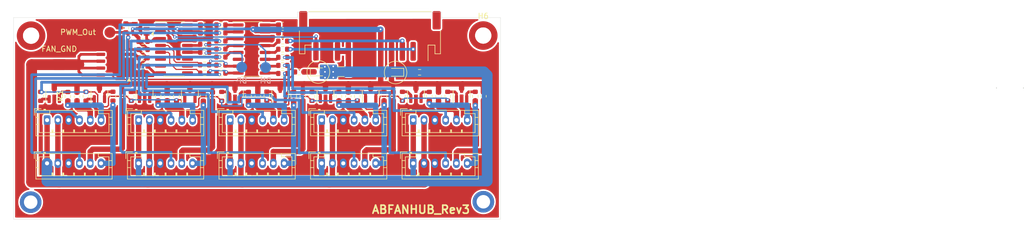
<source format=kicad_pcb>
(kicad_pcb (version 20211014) (generator pcbnew)
  (layers (0 "F.Cu" signal) (31 "B.Cu" signal) (34 "B.Paste" user) (35 "F.Paste" user) (36 "B.SilkS" user "B.Silkscreen") (37 "F.SilkS" user "F.Silkscreen") (38 "B.Mask" user) (39 "F.Mask" user) (44 "Edge.Cuts" user))
  (net 0 "")
  (net 1 "P31")
  (net 2 "P30")
  (net 3 "P33")
  (net 4 "GND")
  (net 5 "P11")
  (net 6 "P34")
  (net 7 "D+")
  (net 8 "P16")
  (net 9 "P17")
  (net 10 "V33")
  (net 11 "P32")
  (net 12 "P14")
  (net 13 "P15")
  (net 14 "+5V")
  (net 15 "G_FAN")
  (net 16 "STRIP10")
  (net 17 "STRIP9")
  (net 18 "STRIP8")
  (net 19 "STRIP7")
  (net 20 "STRIP6")
  (net 21 "STRIP5")
  (net 22 "STRIP4")
  (net 23 "STRIP3")
  (net 24 "STRIP2")
  (net 25 "STRIP1")
  (net 26 "+12VA")
  (net 27 "Net-(D1-Pad1)")
  (net 28 "Net-(F2-Pad1)")
  (net 29 "Net-(F3-Pad1)")
  (net 30 "Net-(F4-Pad1)")
  (net 31 "Net-(F5-Pad1)")
  (net 32 "Net-(F6-Pad1)")
  (net 33 "Net-(F7-Pad1)")
  (net 34 "Net-(F8-Pad1)")
  (net 35 "Net-(F9-Pad1)")
  (net 36 "Net-(F10-Pad1)")
  (net 37 "Net-(D2-Pad1)")
  (net 38 "Net-(F11-Pad1)")
  (net 39 "DM")
  (net 40 "PWM_Chasis")
  (net 41 "+12V")
  (net 42 "PWMFANOUT10")
  (net 43 "PWMFANOUT8")
  (net 44 "DP")
  (net 45 "D-")
  (net 46 "PWMFANOUT6")
  (net 47 "PWMFANOUT4")
  (net 48 "PWMFANOUT2")
  (net 49 "PWMFANOUT1")
  (net 51 "PWMFANOUT3")
  (net 52 "PWMFANOUT5")
  (net 53 "PWMFANOUT7")
  (net 55 "Net-(Q1-Pad1)")
  (net 56 "Net-(Q1-Pad2)")
  (net 57 "Net-(Q2-Pad1)")
  (net 58 "Net-(Q2-Pad2)")
  (net 59 "Net-(Q3-Pad1)")
  (net 60 "Net-(Q3-Pad2)")
  (net 61 "Net-(Q4-Pad1)")
  (net 62 "Net-(Q4-Pad2)")
  (net 63 "Net-(Q5-Pad1)")
  (net 64 "Net-(Q5-Pad2)")
  (net 65 "Net-(Q6-Pad1)")
  (net 66 "Net-(Q6-Pad2)")
  (net 67 "Net-(Q7-Pad1)")
  (net 68 "Net-(Q7-Pad2)")
  (net 69 "Net-(Q8-Pad1)")
  (net 70 "Net-(Q8-Pad2)")
  (net 71 "Net-(Q9-Pad1)")
  (net 72 "Net-(Q9-Pad2)")
  (net 73 "Net-(Q10-Pad1)")
  (net 74 "Net-(Q10-Pad2)")
  (net 75 "Net-(Q11-Pad1)")
  (net 76 "PWM")
  (net 77 "PWMFANOUT9")
  (net 78 "DM2")
  (net 79 "PWM_Internal")
  (net 81 "V331")
  (net 82 "Rx")
  (net 83 "Tx")
  (net 87 "PWM_Chasis_Enable")
  (net 88 "D2+")
  (net 89 "D2-")
  (net 92 "DP2")
  (net 93 "Net-(R26-Pad2)")
  (footprint "Connector_JST:JST_PH_B6B-PH-K_1x06_P2.00mm_Vertical" (layer "F.Cu") (at 174.08 73.22)
    (fp_text reference "J2" hide)
    (fp_text value "Conn_01x06")
  )
  (footprint "Connector_JST:JST_PH_B6B-PH-K_1x06_P2.00mm_Vertical" (layer "F.Cu") (at 157.13 73.22)
    (fp_text reference "J3" hide)
    (fp_text value "Conn_01x06")
  )
  (footprint "Connector_JST:JST_PH_B6B-PH-K_1x06_P2.00mm_Vertical" (layer "F.Cu") (at 140.18 73.22)
    (fp_text reference "J4" hide)
    (fp_text value "Conn_01x06")
  )
  (footprint "Connector_JST:JST_PH_B6B-PH-K_1x06_P2.00mm_Vertical" (layer "F.Cu") (at 123.23 73.22)
    (fp_text reference "J5" hide)
    (fp_text value "Conn_01x06")
  )
  (footprint "Connector_JST:JST_PH_B6B-PH-K_1x06_P2.00mm_Vertical" (layer "F.Cu") (at 106.28 73.22)
    (fp_text reference "J6" hide)
    (fp_text value "Conn_01x06")
  )
  (footprint "Connector_JST:JST_PH_B6B-PH-K_1x06_P2.00mm_Vertical" (layer "F.Cu") (at 106.29 65.22)
    (fp_text reference "J7" hide)
    (fp_text value "Conn_01x06")
  )
  (footprint "Connector_JST:JST_PH_B6B-PH-K_1x06_P2.00mm_Vertical" (layer "F.Cu") (at 123.24 65.22)
    (fp_text reference "J8" hide)
    (fp_text value "Conn_01x06")
  )
  (footprint "Connector_JST:JST_PH_B6B-PH-K_1x06_P2.00mm_Vertical" (layer "F.Cu") (at 140.19 65.22)
    (fp_text reference "J9" hide)
    (fp_text value "Conn_01x06")
  )
  (footprint "Connector_JST:JST_PH_B6B-PH-K_1x06_P2.00mm_Vertical" (layer "F.Cu") (at 157.14 65.22)
    (fp_text reference "J10" hide)
    (fp_text value "Conn_01x06")
  )
  (footprint "Connector_JST:JST_PH_B6B-PH-K_1x06_P2.00mm_Vertical" (layer "F.Cu") (at 174.09 65.22)
    (fp_text reference "J11" hide)
    (fp_text value "Conn_01x06")
  )
  (footprint "Mounting_Wuerth:Mounting_Wuerth_WA-SMSI-M2_H1.5mm_9774015243" (layer "F.Cu") (at 187.075 80.34)
    (fp_text reference "H5" hide)
    (fp_text value "MountingHole")
  )
  (footprint "Mounting_Wuerth:Mounting_Wuerth_WA-SMSI-M2_H1.5mm_9774015243" (layer "F.Cu") (at 187.05 49.565)
    (fp_text reference "H6")
    (fp_text value "MountingHole" hide)
  )
  (footprint "Mounting_Wuerth:Mounting_Wuerth_WA-SMSI-M2_H1.5mm_9774015243" (layer "F.Cu") (at 103.325 49.59)
    (fp_text reference "H7" hide)
    (fp_text value "MountingHole")
  )
  (footprint "Mounting_Wuerth:Mounting_Wuerth_WA-SMSI-M2_H1.5mm_9774015243" (layer "F.Cu") (at 103.25 80.415)
    (fp_text reference "H8" hide)
    (fp_text value "MountingHole")
  )
  (footprint "Fuse:Fuse_1206_3216Metric" (layer "F.Cu") (at 160.7 56.25 180)
    (fp_text reference "F1" hide)
    (fp_text value "12v -5A")
  )
  (footprint "Capacitor_SMD:C_0603_1608Metric" (layer "F.Cu") (at 135.46 49.12)
    (fp_text reference "C3" hide)
    (fp_text value "106")
  )
  (footprint "Ambino Custom SIP:SOP-8_3.9x4.9mm_P1.27mm" (layer "F.Cu") (at 118.85 54.952956 180)
    (fp_text reference "Q11" hide)
    (fp_text value "AO4468")
  )
  (footprint "Resistor_SMD:R_0603_1608Metric" (layer "F.Cu") (at 124.08 53.688 180)
    (fp_text reference "R28" hide)
    (fp_text value "150R" hide)
  )
  (footprint "Connector_JST:JST_PH_S11B-PH-SM4-TB_1x11-1MP_P2.00mm_Horizontal" (layer "F.Cu") (at 166.07 49.63 180)
    (fp_text reference "J1" hide)
    (fp_text value "Conn_01x11_Male")
  )
  (footprint "Fuse:Fuse_0603_1608Metric" (layer "F.Cu") (at 153.65 60.86 90)
    (fp_text reference "F4" hide)
    (fp_text value "5v-1.5A" hide)
  )
  (footprint "Fuse:Fuse_0603_1608Metric" (layer "F.Cu") (at 162.07 60.8125 90)
    (fp_text reference "F10" hide)
    (fp_text value "5v-1.5A" hide)
  )
  (footprint "Fuse:Fuse_0603_1608Metric" (layer "F.Cu") (at 170.38 60.81 90)
    (fp_text reference "F3" hide)
    (fp_text value "5v-1.5A" hide)
  )
  (footprint "Fuse:Fuse_0603_1608Metric" (layer "F.Cu") (at 145.31 60.8125 90)
    (fp_text reference "F9" hide)
    (fp_text value "5v-1.5A" hide)
  )
  (footprint "Fuse:Fuse_0603_1608Metric" (layer "F.Cu") (at 136.92 60.86 90)
    (fp_text reference "F5" hide)
    (fp_text value "5v-1.5A" hide)
  )
  (footprint "Fuse:Fuse_0603_1608Metric" (layer "F.Cu") (at 111.83 60.85 90)
    (fp_text reference "F7" hide)
    (fp_text value "5v-1.5A" hide)
  )
  (footprint "Fuse:Fuse_0603_1608Metric" (layer "F.Cu") (at 128.53 60.84 90)
    (fp_text reference "F8" hide)
    (fp_text value "5v-1.5A" hide)
  )
  (footprint "Fuse:Fuse_0603_1608Metric" (layer "F.Cu") (at 178.77 60.83 90)
    (fp_text reference "F11" hide)
    (fp_text value "5v-1.5A" hide)
  )
  (footprint "Fuse:Fuse_0603_1608Metric" (layer "F.Cu") (at 187.09 60.8 90)
    (fp_text reference "F2" hide)
    (fp_text value "5v-1.5A" hide)
  )
  (footprint "Fuse:Fuse_0603_1608Metric" (layer "F.Cu") (at 120.22 60.84 90)
    (fp_text reference "F6" hide)
    (fp_text value "5v-1.5A" hide)
  )
  (footprint "Resistor_SMD:R_0603_1608Metric" (layer "F.Cu") (at 138.48 49.08 180)
    (fp_text reference "R31" hide)
    (fp_text value "220R")
  )
  (footprint "Resistor_SMD:R_0603_1608Metric" (layer "F.Cu") (at 149.925 53.593332)
    (fp_text reference "R29" hide)
    (fp_text value "220R")
  )
  (footprint "Resistor_SMD:R_0603_1608Metric" (layer "F.Cu") (at 138.48 56.53 180)
    (fp_text reference "R33" hide)
    (fp_text value "220R" hide)
  )
  (footprint "Resistor_SMD:R_0603_1608Metric" (layer "F.Cu") (at 138.48 47.59 180)
    (fp_text reference "R35" hide)
    (fp_text value "220R")
  )
  (footprint "Resistor_SMD:R_0603_1608Metric" (layer "F.Cu") (at 138.48 55.04 180)
    (fp_text reference "R37" hide)
    (fp_text value "220R")
  )
  (footprint "LED_SMD:LED_0603_1608Metric" (layer "F.Cu") (at 170.84 56.37 180)
    (fp_text reference "D1" hide)
    (fp_text value "LED_BLUE" hide)
  )
  (footprint "LED_SMD:LED_0603_1608Metric" (layer "F.Cu") (at 156.52 56.29)
    (fp_text reference "D2" hide)
    (fp_text value "LED_GREEN" hide)
  )
  (footprint "Resistor_SMD:R_0603_1608Metric" (layer "F.Cu") (at 152.94 56.31 180)
    (fp_text reference "R43" hide)
    (fp_text value "1K" hide)
  )
  (footprint "Capacitor_SMD:C_0603_1608Metric" (layer "F.Cu") (at 149.925 47.61)
    (fp_text reference "C1" hide)
    (fp_text value "104")
  )
  (footprint "Resistor_SMD:R_0603_1608Metric" (layer "F.Cu") (at 175.265 56.37)
    (fp_text reference "R42" hide)
    (fp_text value "330R" hide)
  )
  (footprint "Resistor_SMD:R_0603_1608Metric" (layer "F.Cu") (at 138.48 50.57 180)
    (fp_text reference "R30" hide)
    (fp_text value "220R")
  )
  (footprint "Resistor_SMD:R_0603_1608Metric" (layer "F.Cu") (at 149.925 56.584998)
    (fp_text reference "R36" hide)
    (fp_text value "220R")
  )
  (footprint "Resistor_SMD:R_0603_1608Metric" (layer "F.Cu") (at 138.48 53.55 180)
    (fp_text reference "R38" hide)
    (fp_text value "220R")
  )
  (footprint "Resistor_SMD:R_0603_1608Metric" (layer "F.Cu") (at 149.925 55.089165)
    (fp_text reference "R32" hide)
    (fp_text value "220R")
  )
  (footprint "Resistor_SMD:R_0603_1608Metric" (layer "F.Cu") (at 138.48 52.06 180)
    (fp_text reference "R34" hide)
    (fp_text value "220R")
  )
  (footprint "Package_TO_SOT_SMD:SOT-23" (layer "F.Cu") (at 149.459995 60.39 90)
    (fp_text reference "Q2" hide)
    (fp_text value "MMBT3904")
  )
  (footprint "Package_TO_SOT_SMD:SOT-23" (layer "F.Cu") (at 157.839994 60.39 90)
    (fp_text reference "Q4" hide)
    (fp_text value "MMBT3904")
  )
  (footprint "Resistor_SMD:R_0603_1608Metric" (layer "F.Cu") (at 124.08 55.22)
    (fp_text reference "R27" hide)
    (fp_text value "150R")
  )
  (footprint "Package_TO_SOT_SMD:SOT-23" (layer "F.Cu") (at 124.344998 60.39 90)
    (fp_text reference "Q5" hide)
    (fp_text value "MMBT3904")
  )
  (footprint "MountingHole:MountingHole_2.2mm_M2_DIN965_Pad" (layer "F.Cu") (at 117.92 48.99)
    (fp_text reference "PWM_Out")
    (fp_text value "MountingHole_Pad")
  )
  (footprint "Resistor_SMD:R_0603_1608Metric" (layer "F.Cu") (at 155.339994 60.83 90)
    (fp_text reference "R6" hide)
    (fp_text value "150R")
  )
  (footprint "Resistor_SMD:R_0603_1608Metric" (layer "F.Cu") (at 146.979995 60.78 90)
    (fp_text reference "R2" hide)
    (fp_text value "150R")
  )
  (footprint "Resistor_SMD:R_0603_1608Metric" (layer "F.Cu") (at 130.239997 60.82 90)
    (fp_text reference "R13" hide)
    (fp_text value "150R")
  )
  (footprint "Resistor_SMD:R_0603_1608Metric" (layer "F.Cu") (at 163.729993 60.8 90)
    (fp_text reference "R10" hide)
    (fp_text value "150R")
  )
  (footprint "Resistor_SMD:R_0603_1608Metric" (layer "F.Cu") (at 121.874998 60.8225 90)
    (fp_text reference "R9" hide)
    (fp_text value "150R")
  )
  (footprint "Resistor_SMD:R_0603_1608Metric" (layer "F.Cu") (at 135.209997 60.83 90)
    (fp_text reference "R15" hide)
    (fp_text value "220R")
  )
  (footprint "Resistor_SMD:R_0603_1608Metric" (layer "F.Cu") (at 135.46 54.99 180)
    (fp_text reference "R41" hide)
    (fp_text value "220R")
  )
  (footprint "Package_TO_SOT_SMD:SOT-23" (layer "F.Cu") (at 183.04 60.38 90)
    (fp_text reference "Q10" hide)
    (fp_text value "MMBT3904")
  )
  (footprint "Package_SO:SOP-16_3.9x9.9mm_P1.27mm" (layer "F.Cu") (at 144.17 52.06)
    (fp_text reference "U3" hide)
    (fp_text value "Ch552_SOP16")
  )
  (footprint "Package_SO:SOP-16_3.9x9.9mm_P1.27mm" (layer "F.Cu") (at 129.79 52.03)
    (fp_text reference "U2" hide)
    (fp_text value "Ch552_SOP16")
  )
  (footprint "Ambino Custom SIP:SOT-23-5" (layer "F.Cu") (at 123.62 48.32 180)
    (fp_text reference "U1" hide)
    (fp_text value "SN74AHC1G125DBVR")
  )
  (footprint "Package_TO_SOT_SMD:SOT-23" (layer "F.Cu") (at 174.584992 60.39 90)
    (fp_text reference "Q8" hide)
    (fp_text value "MMBT3904")
  )
  (footprint "MountingHole:MountingHole_2.2mm_M2_DIN965_Pad" (layer "F.Cu") (at 108.53 54.95)
    (fp_text reference "FAN_GND")
    (fp_text value "MountingHole_Pad")
  )
  (footprint "Capacitor_SMD:C_0603_1608Metric" (layer "F.Cu") (at 149.925 49.105833)
    (fp_text reference "C4" hide)
    (fp_text value "106")
  )
  (footprint "Resistor_SMD:R_0603_1608Metric" (layer "F.Cu") (at 180.469991 60.81 90)
    (fp_text reference "R18" hide)
    (fp_text value "150R")
  )
  (footprint "Capacitor_SMD:C_0603_1608Metric" (layer "F.Cu") (at 135.46 47.61)
    (fp_text reference "C2" hide)
    (fp_text value "104")
  )
  (footprint "Package_TO_SOT_SMD:SOT-23" (layer "F.Cu") (at 166.209993 60.39 90)
    (fp_text reference "Q6" hide)
    (fp_text value "MMBT3904")
  )
  (footprint "Resistor_SMD:R_0603_1608Metric" (layer "F.Cu") (at 151.949995 60.82 90)
    (fp_text reference "R4" hide)
    (fp_text value "220R")
  )
  (footprint "Package_TO_SOT_SMD:SOT-23" (layer "F.Cu") (at 132.729997 60.39 90)
    (fp_text reference "Q7" hide)
    (fp_text value "MMBT3904")
  )
  (footprint "Resistor_SMD:R_0603_1608Metric" (layer "F.Cu") (at 172.084992 60.81 90)
    (fp_text reference "R14" hide)
    (fp_text value "150R")
  )
  (footprint "Resistor_SMD:R_0603_1608Metric" (layer "F.Cu") (at 177.064992 60.83 90)
    (fp_text reference "R16" hide)
    (fp_text value "220R")
  )
  (footprint "Resistor_SMD:R_0603_1608Metric" (layer "F.Cu") (at 185.57 60.81 90)
    (fp_text reference "R20" hide)
    (fp_text value "220R")
  )
  (footprint "Resistor_SMD:R_0603_1608Metric" (layer "F.Cu") (at 149.925 52.097499 180)
    (fp_text reference "R24" hide)
    (fp_text value "33R")
  )
  (footprint "Package_TO_SOT_SMD:SOT-23" (layer "F.Cu") (at 115.979999 60.39 90)
    (fp_text reference "Q3" hide)
    (fp_text value "MMBT3904")
  )
  (footprint "Package_TO_SOT_SMD:SOT-23" (layer "F.Cu") (at 141.084996 60.39 90)
    (fp_text reference "Q9" hide)
    (fp_text value "MMBT3904")
  )
  (footprint "Resistor_SMD:R_0603_1608Metric" (layer "F.Cu") (at 143.574996 60.83 90)
    (fp_text reference "R19" hide)
    (fp_text value "220R")
  )
  (footprint "Resistor_SMD:R_0603_1608Metric" (layer "F.Cu") (at 135.47 56.52 180)
    (fp_text reference "R40" hide)
    (fp_text value "220R")
  )
  (footprint "Resistor_SMD:R_0603_1608Metric" (layer "F.Cu") (at 135.47 51.18 180)
    (fp_text reference "R21" hide)
    (fp_text value "33R")
  )
  (footprint "Resistor_SMD:R_0603_1608Metric" (layer "F.Cu") (at 124.08 52.156)
    (fp_text reference "R25" hide)
    (fp_text value "10k")
  )
  (footprint "Resistor_SMD:R_0603_1608Metric" (layer "F.Cu") (at 124.06 50.65 180)
    (fp_text reference "R39" hide)
    (fp_text value "10k")
  )
  (footprint "Resistor_SMD:R_0603_1608Metric" (layer "F.Cu") (at 126.834998 60.8225 90)
    (fp_text reference "R11" hide)
    (fp_text value "220R")
  )
  (footprint "Resistor_SMD:R_0603_1608Metric" (layer "F.Cu") (at 113.489999 60.81 -90)
    (fp_text reference "R5" hide)
    (fp_text value "150R")
  )
  (footprint "Resistor_SMD:R_0603_1608Metric" (layer "F.Cu") (at 118.479999 60.8 90)
    (fp_text reference "R7" hide)
    (fp_text value "220R")
  )
  (footprint "Resistor_SMD:R_0603_1608Metric" (layer "F.Cu") (at 135.48 52.67 180)
    (fp_text reference "R22" hide)
    (fp_text value "33R")
  )
  (footprint "Package_TO_SOT_SMD:SOT-23" (layer "F.Cu") (at 107.62 60.39 90)
    (fp_text reference "Q1" hide)
    (fp_text value "MMBT3904")
  )
  (footprint "Resistor_SMD:R_0603_1608Metric" (layer "F.Cu") (at 105.1 60.82 -90)
    (fp_text reference "R1" hide)
    (fp_text value "150R")
  )
  (footprint "Resistor_SMD:R_0603_1608Metric" (layer "F.Cu") (at 120.88 48.15 90)
    (fp_text reference "R26" hide)
    (fp_text value "150R")
  )
  (footprint "Resistor_SMD:R_0603_1608Metric" (layer "F.Cu") (at 149.925 50.601666 180)
    (fp_text reference "R23" hide)
    (fp_text value "33R")
  )
  (footprint "Resistor_SMD:R_0603_1608Metric" (layer "F.Cu") (at 138.614996 60.82 90)
    (fp_text reference "R17" hide)
    (fp_text value "150R")
  )
  (footprint "Resistor_SMD:R_0603_1608Metric" (layer "F.Cu") (at 110.13 60.84 90)
    (fp_text reference "R3")
    (fp_text value "220R")
  )
  (footprint "Resistor_SMD:R_0603_1608Metric" (layer "F.Cu") (at 160.329994 60.815 90)
    (fp_text reference "R8" hide)
    (fp_text value "220R")
  )
  (footprint "Resistor_SMD:R_0603_1608Metric" (layer "F.Cu") (at 168.679993 60.8 90)
    (fp_text reference "R12" hide)
    (fp_text value "220R")
  )
  (footprint "MountingHole:MountingHole_2.2mm_M2_DIN965_Pad" (layer "B.Cu") (at 142.33 55.43 180)
    (fp_text reference "DP")
    (fp_text value "MountingHole_Pad")
  )
  (footprint "MountingHole:MountingHole_2.2mm_M2_DIN965_Pad" (layer "B.Cu") (at 146.75 55.48 180)
    (fp_text reference "DM")
    (fp_text value "MountingHole_Pad")
  )
  (gr_circle (center 156.52 56.3) (end 157.67 58.07) (layer "F.SilkS") (width 0.12) (fill none))
  (gr_circle (center 170.82 56.41) (end 171.68 58.31) (layer "F.SilkS") (width 0.12) (fill none))
  (gr_line (start 179.324 45.212) (end 179.324 46.228) (layer "Edge.Cuts") (width 0.05))
  (gr_curve (pts (xy 282.085051 59.27003) (xy 282.085051 59.27003) (xy 282.085051 59.27003) (xy 282.085051 59.27003)) (layer "Edge.Cuts") (width 0.2))
  (gr_line (start 100.076 46.228) (end 152.654 46.228) (layer "Edge.Cuts") (width 0.05))
  (gr_line (start 152.654 46.228) (end 152.654 45.212) (layer "Edge.Cuts") (width 0.05))
  (gr_line (start 190.246 83.566) (end 100.076 83.566) (layer "Edge.Cuts") (width 0.05))
  (gr_curve (pts (xy 287.085091 59.27003) (xy 287.085091 59.27003) (xy 287.085091 59.27003) (xy 287.085091 59.27003)) (layer "Edge.Cuts") (width 0.2))
  (gr_line (start 190.246 46.228) (end 190.246 46.482) (layer "Edge.Cuts") (width 0.05))
  (gr_line (start 190.246 46.482) (end 190.246 83.566) (layer "Edge.Cuts") (width 0.05))
  (gr_line (start 152.654 45.212) (end 179.324 45.212) (layer "Edge.Cuts") (width 0.05))
  (gr_line (start 100.076 83.566) (end 100.076 46.228) (layer "Edge.Cuts") (width 0.05))
  (gr_line (start 179.324 46.228) (end 190.246 46.228) (layer "Edge.Cuts") (width 0.05))
  (gr_text "ABFANHUB_Rev3" (at 175.514 81.788) (layer "F.SilkS") (effects (font (size 1.5 1.5) (thickness 0.3))))
  (segment (start 136.285 54.5855) (end 136.57 54.3005) (width 0.2) (layer "F.Cu") (net 1))
  (segment (start 139.5 55.235) (end 139.305 55.04) (width 0.5) (layer "F.Cu") (net 1))
  (segment (start 141.67 55.235) (end 139.5 55.235) (width 0.5) (layer "F.Cu") (net 1))
  (segment (start 139.39 54.955) (end 139.305 55.04) (width 0.2) (layer "F.Cu") (net 1))
  (segment (start 139.39 54.76) (end 139.39 54.955) (width 0.2) (layer "F.Cu") (net 1))
  (segment (start 136.285 54.99) (end 136.285 54.5855) (width 0.2) (layer "F.Cu") (net 1))
  (segment (start 136.285 54.99) (end 136.37 54.99) (width 0.2) (layer "F.Cu") (net 1))
  (via (at 136.57 54.3005) (size 0.6) (drill 0.3) (layers "F.Cu" "B.Cu") (net 1))
  (via (at 139.39 54.76) (size 0.6) (drill 0.3) (layers "F.Cu" "B.Cu") (net 1))
  (segment (start 136.57 54.3005) (end 138.9305 54.3005) (width 0.2) (layer "B.Cu") (net 1))
  (segment (start 138.9305 54.3005) (end 139.39 54.76) (width 0.2) (layer "B.Cu") (net 1))
  (segment (start 139.46 56.71) (end 139.46 56.685) (width 0.25) (layer "F.Cu") (net 2))
  (segment (start 136.295 56.265) (end 136.51 56.05) (width 0.25) (layer "F.Cu") (net 2))
  (segment (start 141.67 56.505) (end 139.33 56.505) (width 0.5) (layer "F.Cu") (net 2))
  (segment (start 136.295 56.52) (end 136.295 56.265) (width 0.25) (layer "F.Cu") (net 2))
  (segment (start 139.46 56.375) (end 139.305 56.53) (width 0.25) (layer "F.Cu") (net 2))
  (segment (start 139.46 56.685) (end 139.305 56.53) (width 0.25) (layer "F.Cu") (net 2))
  (segment (start 139.33 56.505) (end 139.305 56.53) (width 0.5) (layer "F.Cu") (net 2))
  (segment (start 139.46 56.29) (end 139.46 56.375) (width 0.25) (layer "F.Cu") (net 2))
  (via (at 139.46 56.29) (size 0.6) (drill 0.3) (layers "F.Cu" "B.Cu") (net 2))
  (via (at 136.51 56.05) (size 0.6) (drill 0.3) (layers "F.Cu" "B.Cu") (net 2))
  (segment (start 139.22 56.05) (end 139.46 56.29) (width 0.25) (layer "B.Cu") (net 2))
  (segment (start 136.51 56.05) (end 139.22 56.05) (width 0.25) (layer "B.Cu") (net 2))
  (segment (start 148.954165 55.235) (end 149.1 55.089165) (width 0.5) (layer "F.Cu") (net 3))
  (segment (start 146.67 55.235) (end 148.954165 55.235) (width 0.5) (layer "F.Cu") (net 3))
  (segment (start 110.28 73.22) (end 110.28 74.98048) (width 1) (layer "F.Cu") (net 4))
  (segment (start 144.19 65.22) (end 144.19 73.21) (width 1) (layer "F.Cu") (net 4))
  (segment (start 138.52 74.97) (end 127.24 74.97) (width 1) (layer "F.Cu") (net 4))
  (segment (start 155.41 74.91) (end 155.41 63.89) (width 1) (layer "F.Cu") (net 4))
  (segment (start 110.29 65.22) (end 110.29 73.21) (width 1) (layer "F.Cu") (net 4))
  (segment (start 161.14 65.22) (end 161.14 73.21) (width 1) (layer "F.Cu") (net 4))
  (segment (start 178.09 65.22) (end 178.09 73.21) (width 1) (layer "F.Cu") (net 4))
  (segment (start 142.733622 63.35) (end 139.12 63.35) (width 1) (layer "F.Cu") (net 4))
  (segment (start 172.53 74.89) (end 161.13 74.89) (width 1) (layer "F.Cu") (net 4))
  (segment (start 144.18 74.87) (end 144.22 74.91) (width 1) (layer "F.Cu") (net 4))
  (segment (start 172.53 63.69) (end 172.53 74.89) (width 1) (layer "F.Cu") (net 4))
  (segment (start 159.432798 63.4) (end 161.14 65.107202) (width 1) (layer "F.Cu") (net 4))
  (segment (start 139.12 63.35) (end 138.6 63.87) (width 1) (layer "F.Cu") (net 4))
  (segment (start 127.23 74.96) (end 127.23 73.22) (width 1) (layer "F.Cu") (net 4))
  (segment (start 144.19 64.806378) (end 142.733622 63.35) (width 1) (layer "F.Cu") (net 4))
  (segment (start 161.13 74.89) (end 161.13 73.22) (width 1) (layer "F.Cu") (net 4))
  (segment (start 144.22 74.91) (end 155.41 74.91) (width 1) (layer "F.Cu") (net 4))
  (segment (start 176.93 63.46) (end 172.76 63.46) (width 1) (layer "F.Cu") (net 4))
  (segment (start 127.24 64.71) (end 127.24 65.22) (width 1) (layer "F.Cu") (net 4))
  (segment (start 176.07 52.48) (end 176.07 56.35) (width 1) (layer "F.Cu") (net 4))
  (segment (start 155.9 63.4) (end 159.432798 63.4) (width 1) (layer "F.Cu") (net 4))
  (segment (start 172.76 63.46) (end 172.53 63.69) (width 1) (layer "F.Cu") (net 4))
  (segment (start 121.66 74.85048) (end 121.66 63.51) (width 1) (layer "F.Cu") (net 4))
  (segment (start 178.09 73.21) (end 178.08 73.22) (width 1) (layer "F.Cu") (net 4))
  (segment (start 138.6 74.89) (end 138.52 74.97) (width 1) (layer "F.Cu") (net 4))
  (segment (start 110.29 73.21) (end 110.28 73.22) (width 1) (layer "F.Cu") (net 4))
  (segment (start 110.28 74.98048) (end 121.53 74.98048) (width 1) (layer "F.Cu") (net 4))
  (segment (start 155.41 63.89) (end 155.9 63.4) (width 1) (layer "F.Cu") (net 4))
  (segment (start 127.24 74.97) (end 127.23 74.96) (width 1) (layer "F.Cu") (net 4))
  (segment (start 125.77 63.24) (end 127.24 64.71) (width 1) (layer "F.Cu") (net 4))
  (segment (start 161.14 65.107202) (end 161.14 65.22) (width 1) (layer "F.Cu") (net 4))
  (segment (start 127.24 65.22) (end 127.24 73.21) (width 1) (layer "F.Cu") (net 4))
  (segment (start 144.18 73.22) (end 144.18 74.87) (width 1) (layer "F.Cu") (net 4))
  (segment (start 144.19 73.21) (end 144.18 73.22) (width 1) (layer "F.Cu") (net 4))
  (segment (start 121.93 63.24) (end 125.77 63.24) (width 1) (layer "F.Cu") (net 4))
  (segment (start 176.07 56.35) (end 176.09 56.37) (width 1) (layer "F.Cu") (net 4))
  (segment (start 121.66 63.51) (end 121.93 63.24) (width 1) (layer "F.Cu") (net 4))
  (segment (start 121.53 74.98048) (end 121.66 74.85048) (width 1) (layer "F.Cu") (net 4))
  (segment (start 127.24 73.21) (end 127.23 73.22) (width 1) (layer "F.Cu") (net 4))
  (segment (start 144.19 65.22) (end 144.19 64.806378) (width 1) (layer "F.Cu") (net 4))
  (segment (start 138.6 63.87) (end 138.6 74.89) (width 1) (layer "F.Cu") (net 4))
  (segment (start 161.14 73.21) (end 161.13 73.22) (width 1) (layer "F.Cu") (net 4))
  (segment (start 178.09 65.22) (end 178.09 64.62) (width 1) (layer "F.Cu") (net 4))
  (segment (start 178.09 64.62) (end 176.93 63.46) (width 1) (layer "F.Cu") (net 4))
  (segment (start 149.020002 56.505) (end 149.1 56.584998) (width 0.5) (layer "F.Cu") (net 5))
  (segment (start 146.67 56.505) (end 149.020002 56.505) (width 0.5) (layer "F.Cu") (net 5))
  (segment (start 148.728332 53.965) (end 149.1 53.593332) (width 0.5) (layer "F.Cu") (net 6))
  (segment (start 146.67 53.965) (end 148.728332 53.965) (width 0.5) (layer "F.Cu") (net 6))
  (segment (start 148.502499 52.695) (end 149.1 52.097499) (width 0.5) (layer "F.Cu") (net 7))
  (segment (start 146.67 52.695) (end 148.502499 52.695) (width 0.5) (layer "F.Cu") (net 7))
  (segment (start 141.67 51.425) (end 139.94 51.425) (width 0.5) (layer "F.Cu") (net 8))
  (segment (start 139.94 51.425) (end 139.305 52.06) (width 0.5) (layer "F.Cu") (net 8))
  (segment (start 140.16 52.695) (end 139.305 53.55) (width 0.5) (layer "F.Cu") (net 9))
  (segment (start 141.67 52.695) (end 140.16 52.695) (width 0.5) (layer "F.Cu") (net 9))
  (segment (start 146.67 47.615) (end 149.145 47.615) (width 0.5) (layer "F.Cu") (net 10))
  (segment (start 149.145 47.615) (end 149.15 47.61) (width 0.5) (layer "F.Cu") (net 10))
  (segment (start 139.33 47.615) (end 139.305 47.59) (width 0.5) (layer "F.Cu") (net 11))
  (segment (start 141.67 47.615) (end 139.33 47.615) (width 0.5) (layer "F.Cu") (net 11))
  (segment (start 141.67 48.885) (end 139.5 48.885) (width 0.5) (layer "F.Cu") (net 12))
  (segment (start 139.5 48.885) (end 139.305 49.08) (width 0.5) (layer "F.Cu") (net 12))
  (segment (start 139.72 50.155) (end 139.305 50.57) (width 0.5) (layer "F.Cu") (net 13))
  (segment (start 141.67 50.155) (end 139.72 50.155) (width 0.5) (layer "F.Cu") (net 13))
  (segment (start 166.209993 59.4525) (end 166.209993 58.649993) (width 1) (layer "F.Cu") (net 14))
  (segment (start 174.55 58.51) (end 178.53 58.51) (width 1) (layer "F.Cu") (net 14))
  (segment (start 168.04 48.42) (end 168.07 48.45) (width 1) (layer "F.Cu") (net 14))
  (segment (start 116.04 58.51) (end 111.75 58.51) (width 1) (layer "F.Cu") (net 14))
  (segment (start 162.07 60.025) (end 162.07 58.52) (width 1) (layer "F.Cu") (net 14))
  (segment (start 136.84 58.51) (end 132.76 58.51) (width 1) (layer "F.Cu") (net 14))
  (segment (start 128.47 58.51) (end 124.48 58.51) (width 1) (layer "F.Cu") (net 14))
  (segment (start 134.42 48.855) (end 134.685 49.12) (width 0.5) (layer "F.Cu") (net 14))
  (segment (start 157.839994 58.540006) (end 157.87 58.51) (width 1) (layer "F.Cu") (net 14))
  (segment (start 115.979999 59.4525) (end 115.979999 58.570001) (width 1) (layer "F.Cu") (net 14))
  (segment (start 123.235 50.65) (end 123.235 49.985) (width 0.7) (layer "F.Cu") (net 14))
  (segment (start 145.61 58.51) (end 141.05 58.51) (width 1) (layer "F.Cu") (net 14))
  (segment (start 153.65 58.77) (end 153.91 58.51) (width 0.7) (layer "F.Cu") (net 14))
  (segment (start 153.91 58.51) (end 149.58 58.51) (width 1) (layer "F.Cu") (net 14))
  (segment (start 144.43 48.44) (end 144.875 48.885) (width 0.5) (layer "F.Cu") (net 14))
  (segment (start 132.76 58.51) (end 128.47 58.51) (width 1) (layer "F.Cu") (net 14))
  (segment (start 128.53 60.0525) (end 128.53 58.57) (width 1) (layer "F.Cu") (net 14))
  (segment (start 141.084996 58.544996) (end 141.05 58.51) (width 1) (layer "F.Cu") (net 14))
  (segment (start 123.350019 50.65) (end 123.235 50.65) (width 0.7) (layer "F.Cu") (net 14))
  (segment (start 115.979999 58.570001) (end 116.04 58.51) (width 1) (layer "F.Cu") (net 14))
  (segment (start 144.875 48.885) (end 146.67 48.885) (width 0.5) (layer "F.Cu") (net 14))
  (segment (start 183.04 59.4425) (end 183.04 58.68) (width 1) (layer "F.Cu") (net 14))
  (segment (start 166.07 58.51) (end 162.06 58.51) (width 1) (layer "F.Cu") (net 14))
  (segment (start 166.209993 58.649993) (end 166.07 58.51) (width 1) (layer "F.Cu") (net 14))
  (segment (start 107.62 58.51) (end 107.62 59.4525) (width 1) (layer "F.Cu") (net 14))
  (segment (start 186.7 58.51) (end 187.09 58.9) (width 1) (layer "F.Cu") (net 14))
  (segment (start 120.22 60.0525) (end 120.22 58.61) (width 0.7) (layer "F.Cu") (net 14))
  (segment (start 111.83 58.59) (end 111.75 58.51) (width 1) (layer "F.Cu") (net 14))
  (segment (start 132.29 48.855) (end 130.9345 48.855) (width 0.5) (layer "F.Cu") (net 14))
  (segment (start 174.584992 58.544992) (end 174.55 58.51) (width 1) (layer "F.Cu") (net 14))
  (segment (start 141.05 58.51) (end 136.84 58.51) (width 1) (layer "F.Cu") (net 14))
  (segment (start 157.87 58.51) (end 153.91 58.51) (width 1) (layer "F.Cu") (net 14))
  (segment (start 136.92 58.59) (end 136.84 58.51) (width 1) (layer "F.Cu") (net 14))
  (segment (start 124.48 58.51) (end 120.12 58.51) (width 1) (layer "F.Cu") (net 14))
  (segment (start 122.12 48.87) (end 122.52 49.27) (width 0.5) (layer "F.Cu") (net 14))
  (segment (start 146.67 48.885) (end 148.929167 48.885) (width 0.5) (layer "F.Cu") (net 14))
  (segment (start 168.07 52.48) (end 168.07 58.51) (width 1) (layer "F.Cu") (net 14))
  (segment (start 136.92 60.0725) (end 136.92 58.59) (width 0.7) (layer "F.Cu") (net 14))
  (segment (start 170.07 52.48) (end 170.07 56.3525) (width 1) (layer "F.Cu") (net 14))
  (segment (start 162.07 58.52) (end 162.06 58.51) (width 1) (layer "F.Cu") (net 14))
  (segment (start 124.905 52.156) (end 124.856019 52.156) (width 0.7) (layer "F.Cu") (net 14))
  (segment (start 157.839994 59.4525) (end 157.839994 58.540006) (width 1) (layer "F.Cu") (net 14))
  (segment (start 178.77 58.75) (end 178.53 58.51) (width 1) (layer "F.Cu") (net 14))
  (segment (start 120.22 58.61) (end 120.12 58.51) (width 1) (layer "F.Cu") (net 14))
  (segment (start 145.31 60.025) (end 145.31 58.81) (width 1) (layer "F.Cu") (net 14))
  (segment (start 111.83 60.0625) (end 111.83 58.59) (width 1) (layer "F.Cu") (net 14))
  (segment (start 120.12 58.51) (end 116.04 58.51) (width 1) (layer "F.Cu") (net 14))
  (segment (start 170.38 60.0225) (end 170.38 58.56) (width 0.7) (layer "F.Cu") (net 14))
  (segment (start 148.929167 48.885) (end 149.15 49.105833) (width 0.5) (layer "F.Cu") (net 14))
  (segment (start 132.29 48.855) (end 134.42 48.855) (width 0.5) (layer "F.Cu") (net 14))
  (segment (start 128.53 58.57) (end 128.47 58.51) (width 1) (layer "F.Cu") (net 14))
  (segment (start 111.75 58.51) (end 107.62 58.51) (width 1) (layer "F.Cu") (net 14))
  (segment (start 170.0525 56.37) (end 170.0525 58.4725) (width 1) (layer "F.Cu") (net 14))
  (segment (start 124.344998 59.4525) (end 124.344998 58.645002) (width 1) (layer "F.Cu") (net 14))
  (segment (start 178.77 60.0425) (end 178.77 58.75) (width 1) (layer "F.Cu") (net 14))
  (segment (start 178.53 58.51) (end 183.21 58.51) (width 1) (layer "F.Cu") (net 14))
  (segment (start 187.09 58.9) (end 187.09 60.0125) (width 1) (layer "F.Cu") (net 14))
  (segment (start 170.38 58.56) (end 170.43 58.51) (width 1) (layer "F.Cu") (net 14))
  (segment (start 130.9345 48.855) (end 130.41 48.3305) (width 0.5) (layer "F.Cu") (net 14))
  (segment (start 183.21 58.51) (end 186.7 58.51) (width 1) (layer "F.Cu") (net 14))
  (segment (start 170.43 58.51) (end 174.55 58.51) (width 1) (layer "F.Cu") (net 14))
  (segment (start 168.07 58.51) (end 166.07 58.51) (width 1) (layer "F.Cu") (net 14))
  (segment (start 168.07 48.45) (end 168.07 52.48) (width 1) (layer "F.Cu") (net 14))
  (segment (start 153.65 60.0725) (end 153.65 58.77) (width 0.7) (layer "F.Cu") (net 14))
  (segment (start 170.0525 58.4725) (end 170.09 58.51) (width 1) (layer "F.Cu") (net 14))
  (segment (start 168.07 58.51) (end 170.09 58.51) (width 1) (layer "F.Cu") (net 14))
  (segment (start 132.729997 59.4525) (end 132.729997 58.540003) (width 1) (layer "F.Cu") (net 14))
  (segment (start 174.584992 59.4525) (end 174.584992 58.544992) (width 1) (layer "F.Cu") (net 14))
  (segment (start 162.06 58.51) (end 157.87 58.51) (width 1) (layer "F.Cu") (net 14))
  (segment (start 170.09 58.51) (end 170.43 58.51) (width 1) (layer "F.Cu") (net 14))
  (segment (start 149.459995 58.630005) (end 149.58 58.51) (width 1) (layer "F.Cu") (net 14))
  (segment (start 183.04 58.68) (end 183.21 58.51) (width 1) (layer "F.Cu") (net 14))
  (segment (start 145.31 58.81) (end 145.61 58.51) (width 1) (layer "F.Cu") (net 14))
  (segment (start 124.344998 58.645002) (end 124.48 58.51) (width 1) (layer "F.Cu") (net 14))
  (segment (start 149.58 58.51) (end 145.61 58.51) (width 1) (layer "F.Cu") (net 14))
  (segment (start 149.459995 59.4525) (end 149.459995 58.630005) (width 1) (layer "F.Cu") (net 14))
  (segment (start 141.084996 59.4525) (end 141.084996 58.544996) (width 1) (layer "F.Cu") (net 14))
  (segment (start 122.12 48.3305) (end 122.12 48.87) (width 0.5) (layer "F.Cu") (net 14))
  (segment (start 170.07 56.3525) (end 170.0525 56.37) (width 1) (layer "F.Cu") (net 14))
  (segment (start 124.856019 52.156) (end 123.350019 50.65) (width 0.7) (layer "F.Cu") (net 14))
  (segment (start 123.235 49.985) (end 122.52 49.27) (width 0.7) (layer "F.Cu") (net 14))
  (segment (start 132.729997 58.540003) (end 132.76 58.51) (width 1) (layer "F.Cu") (net 14))
  (via (at 168.04 48.42) (size 0.6) (drill 0.3) (layers "F.Cu" "B.Cu") (net 14))
  (via (at 130.41 48.3305) (size 0.6) (drill 0.3) (layers "F.Cu" "B.Cu") (net 14))
  (via (at 144.43 48.44) (size 0.6) (drill 0.3) (layers "F.Cu" "B.Cu") (net 14))
  (via (at 122.12 48.3305) (size 0.6) (drill 0.3) (layers "F.Cu" "B.Cu") (net 14))
  (segment (start 144.43 48.44) (end 144.320489 48.330489) (width 0.5) (layer "B.Cu") (net 14))
  (segment (start 168.02 48.44) (end 144.43 48.44) (width 1) (layer "B.Cu") (net 14))
  (segment (start 130.410011 48.330489) (end 130.41 48.3305) (width 0.5) (layer "B.Cu") (net 14))
  (segment (start 168.04 48.42) (end 168.02 48.44) (width 1) (layer "B.Cu") (net 14))
  (segment (start 144.320489 48.330489) (end 130.410011 48.330489) (width 0.5) (layer "B.Cu") (net 14))
  (segment (start 130.41 48.3305) (end 122.12 48.3305) (width 0.5) (layer "B.Cu") (net 14))
  (segment (start 125.24 65.22) (end 125.24 73.21) (width 1) (layer "F.Cu") (net 15))
  (segment (start 108.51 76.68) (end 103.42548 76.68) (width 2) (layer "F.Cu") (net 15))
  (segment (start 112.807956 55.587956) (end 112.17 54.95) (width 0.5) (layer "F.Cu") (net 15))
  (segment (start 125.23 73.22) (end 125.23 76.43) (width 1) (layer "F.Cu") (net 15))
  (segment (start 116.225 54.317956) (end 112.802044 54.317956) (width 0.5) (layer "F.Cu") (net 15))
  (segment (start 125.23 76.43) (end 124.98 76.68) (width 1) (layer "F.Cu") (net 15))
  (segment (start 152.195 56.31) (end 152.195 56.435) (width 0.25) (layer "F.Cu") (net 15))
  (segment (start 108.51 76.68) (end 124.98 76.68) (width 2) (layer "F.Cu") (net 15))
  (segment (start 142.18 73.22) (end 142.18 76.46) (width 1) (layer "F.Cu") (net 15))
  (segment (start 108.29 73.21) (end 108.28 73.22) (width 1) (layer "F.Cu") (net 15))
  (segment (start 112.802044 54.317956) (end 112.17 54.95) (width 0.5) (layer "F.Cu") (net 15))
  (segment (start 112.17 56.25) (end 112.17 54.95) (width 0.5) (layer "F.Cu") (net 15))
  (segment (start 125.24 73.21) (end 125.23 73.22) (width 1) (layer "F.Cu") (net 15))
  (segment (start 108.28 76.45) (end 108.51 76.68) (width 1) (layer "F.Cu") (net 15))
  (segment (start 176.09 73.21) (end 176.08 73.22) (width 1) (layer "F.Cu") (net 15))
  (segment (start 159.14 73.21) (end 159.13 73.22) (width 1) (layer "F.Cu") (net 15))
  (segment (start 124.98 76.68) (end 142.4 76.68) (width 2) (layer "F.Cu") (net 15))
  (segment (start 159.14 65.22) (end 159.14 73.21) (width 1) (layer "F.Cu") (net 15))
  (segment (start 158.54 76.68) (end 176.07 76.68) (width 2) (layer "F.Cu") (net 15))
  (segment (start 152.195 56.435) (end 150.94452 57.68548) (width 0.25) (layer "F.Cu") (net 15))
  (segment (start 142.4 76.68) (end 158.54 76.68) (width 2) (layer "F.Cu") (net 15))
  (segment (start 108.28 73.22) (end 108.28 76.45) (width 1) (layer "F.Cu") (net 15))
  (segment (start 116.225 55.587956) (end 112.807956 55.587956) (width 0.5) (layer "F.Cu") (net 15))
  (segment (start 176.08 76.69) (end 176.08 73.22) (width 2) (layer "F.Cu") (net 15))
  (segment (start 103.42548 76.68) (end 103.42548 54.95) (width 2) (layer "F.Cu") (net 15))
  (segment (start 118.237956 56.857956) (end 116.225 56.857956) (width 0.25) (layer "F.Cu") (net 15))
  (segment (start 150.94452 57.68548) (end 119.06548 57.68548) (width 0.25) (layer "F.Cu") (net 15))
  (segment (start 176.07 76.68) (end 176.08 76.69) (width 2) (layer "F.Cu") (net 15))
  (segment (start 142.18 76.46) (end 142.4 76.68) (width 1) (layer "F.Cu") (net 15))
  (segment (start 112.552044 53.047956) (end 112.17 53.43) (width 0.5) (layer "F.Cu") (net 15))
  (segment (start 159.13 76.09) (end 158.54 76.68) (width 1) (layer "F.Cu") (net 15))
  (segment (start 112.17 53.43) (end 112.17 54.95) (width 0.5) (layer "F.Cu") (net 15))
  (segment (start 159.13 73.22) (end 159.13 76.09) (width 1) (layer "F.Cu") (net 15))
  (segment (start 142.19 65.22) (end 142.19 73.21) (width 1) (layer "F.Cu") (net 15))
  (segment (start 116.225 56.857956) (end 112.777956 56.857956) (width 0.5) (layer "F.Cu") (net 15))
  (segment (start 112.777956 56.857956) (end 112.17 56.25) (width 0.5) (layer "F.Cu") (net 15))
  (segment (start 116.225 53.047956) (end 112.552044 53.047956) (width 0.5) (layer "F.Cu") (net 15))
  (segment (start 176.09 65.22) (end 176.09 73.21) (width 1) (layer "F.Cu") (net 15))
  (segment (start 142.19 73.21) (end 142.18 73.22) (width 1) (layer "F.Cu") (net 15))
  (segment (start 119.06548 57.68548) (end 118.237956 56.857956) (width 0.25) (layer "F.Cu") (net 15))
  (segment (start 103.42548 54.95) (end 112.17 54.95) (width 2) (layer "F.Cu") (net 15))
  (segment (start 108.29 65.22) (end 108.29 73.21) (width 1) (layer "F.Cu") (net 15))
  (segment (start 150.75 55.089165) (end 150.260835 55.089165) (width 0.25) (layer "F.Cu") (net 16))
  (segment (start 150.260835 55.089165) (end 150.26 55.09) (width 0.25) (layer "F.Cu") (net 16))
  (via (at 150.26 55.09) (size 0.6) (drill 0.3) (layers "F.Cu" "B.Cu") (net 16))
  (segment (start 151.02 60.11096) (end 151.02 55.09) (width 0.5) (layer "B.Cu") (net 16))
  (segment (start 169.76 71.26) (end 169.76 60.11096) (width 0.5) (layer "B.Cu") (net 16))
  (segment (start 180.08 71.26) (end 169.76 71.26) (width 0.5) (layer "B.Cu") (net 16))
  (segment (start 180.08 73.22) (end 180.08 71.26) (width 0.5) (layer "B.Cu") (net 16))
  (segment (start 169.76 60.11096) (end 151.02 60.11096) (width 0.5) (layer "B.Cu") (net 16))
  (segment (start 151.02 55.09) (end 150.26 55.09) (width 0.5) (layer "B.Cu") (net 16))
  (segment (start 150.75 53.593332) (end 150.286668 53.593332) (width 0.25) (layer "F.Cu") (net 17))
  (segment (start 150.286668 53.593332) (end 150.26 53.62) (width 0.25) (layer "F.Cu") (net 17))
  (via (at 150.26 53.62) (size 0.6) (drill 0.3) (layers "F.Cu" "B.Cu") (net 17))
  (segment (start 180.09 63.47) (end 170.53 63.47) (width 0.5) (layer "B.Cu") (net 17))
  (segment (start 170.53 63.47) (end 170.53 59.38) (width 0.5) (layer "B.Cu") (net 17))
  (segment (start 180.09 65.22) (end 180.09 63.47) (width 0.5) (layer "B.Cu") (net 17))
  (segment (start 170.53 59.38) (end 151.75 59.38) (width 0.5) (layer "B.Cu") (net 17))
  (segment (start 151.75 53.63) (end 150.27 53.63) (width 0.5) (layer "B.Cu") (net 17))
  (segment (start 151.75 59.38) (end 151.75 53.63) (width 0.5) (layer "B.Cu") (net 17))
  (segment (start 150.27 53.63) (end 150.26 53.62) (width 0.5) (layer "B.Cu") (net 17))
  (segment (start 138.21 56.79) (end 137.95 56.53) (width 0.25) (layer "F.Cu") (net 18))
  (segment (start 137.95 56.53) (end 137.655 56.53) (width 0.25) (layer "F.Cu") (net 18))
  (via (at 138.21 56.79) (size 0.6) (drill 0.3) (layers "F.Cu" "B.Cu") (net 18))
  (segment (start 141.78548 60.952027) (end 141.78548 61.91) (width 0.5) (layer "B.Cu") (net 18))
  (segment (start 163.13 71.27) (end 152.93 71.27) (width 0.5) (layer "B.Cu") (net 18))
  (segment (start 124.70904 59.07) (end 124.70904 56.8) (width 0.5) (layer "B.Cu") (net 18))
  (segment (start 152.93 61.51) (end 148.58 61.51) (width 0.5) (layer "B.Cu") (net 18))
  (segment (start 152.93 71.27) (end 152.93 61.51) (width 0.5) (layer "B.Cu") (net 18))
  (segment (start 148.58 61.51) (end 147.68548 60.61548) (width 0.5) (layer "B.Cu") (net 18))
  (segment (start 142.122027 60.61548) (end 141.78548 60.952027) (width 0.5) (layer "B.Cu") (net 18))
  (segment (start 139.65 61.91) (end 139.65 59.07) (width 0.5) (layer "B.Cu") (net 18))
  (segment (start 139.65 59.07) (end 124.70904 59.07) (width 0.5) (layer "B.Cu") (net 18))
  (segment (start 138.2 56.8) (end 138.21 56.79) (width 0.5) (layer "B.Cu") (net 18))
  (segment (start 163.13 73.22) (end 163.13 71.27) (width 0.5) (layer "B.Cu") (net 18))
  (segment (start 147.68548 60.61548) (end 142.122027 60.61548) (width 0.5) (layer "B.Cu") (net 18))
  (segment (start 124.70904 56.8) (end 138.2 56.8) (width 0.5) (layer "B.Cu") (net 18))
  (segment (start 141.78548 61.91) (end 139.65 61.91) (width 0.5) (layer "B.Cu") (net 18))
  (segment (start 150.75 56.584998) (end 150.274998 56.584998) (width 0.25) (layer "F.Cu") (net 19))
  (segment (start 150.274998 56.584998) (end 150.27 56.58) (width 0.25) (layer "F.Cu") (net 19))
  (via (at 150.27 56.58) (size 0.6) (drill 0.3) (layers "F.Cu" "B.Cu") (net 19))
  (segment (start 163.14 63.84) (end 163.14 65.22) (width 0.5) (layer "B.Cu") (net 19))
  (segment (start 153.62952 63.82) (end 163.12 63.82) (width 0.5) (layer "B.Cu") (net 19))
  (segment (start 163.12 63.82) (end 163.14 63.84) (width 0.5) (layer "B.Cu") (net 19))
  (segment (start 150.27 60.81048) (end 153.62952 60.81048) (width 0.5) (layer "B.Cu") (net 19))
  (segment (start 153.62952 60.81048) (end 153.62952 63.82) (width 0.5) (layer "B.Cu") (net 19))
  (segment (start 150.27 56.58) (end 150.27 60.81048) (width 0.5) (layer "B.Cu") (net 19))
  (segment (start 137.655 53.55) (end 138.24 53.55) (width 0.25) (layer "F.Cu") (net 20))
  (via (at 138.24 53.55) (size 0.6) (drill 0.3) (layers "F.Cu" "B.Cu") (net 20))
  (segment (start 123.31 53.69) (end 123.31 60.33) (width 0.5) (layer "B.Cu") (net 20))
  (segment (start 136.17952 71.24) (end 146.18 71.24) (width 0.5) (layer "B.Cu") (net 20))
  (segment (start 136.17952 60.59048) (end 136.17952 71.24) (width 0.5) (layer "B.Cu") (net 20))
  (segment (start 136.07856 60.48952) (end 136.17952 60.59048) (width 0.5) (layer "B.Cu") (net 20))
  (segment (start 138.24 53.55) (end 123.45 53.55) (width 0.5) (layer "B.Cu") (net 20))
  (segment (start 123.46952 60.48952) (end 136.07856 60.48952) (width 0.5) (layer "B.Cu") (net 20))
  (segment (start 123.31 60.33) (end 123.46952 60.48952) (width 0.5) (layer "B.Cu") (net 20))
  (segment (start 146.18 71.24) (end 146.18 73.22) (width 0.5) (layer "B.Cu") (net 20))
  (segment (start 123.45 53.55) (end 123.31 53.69) (width 0.5) (layer "B.Cu") (net 20))
  (segment (start 138.24 55.04) (end 138.25 55.05) (width 0.25) (layer "F.Cu") (net 21))
  (segment (start 137.655 55.04) (end 138.24 55.04) (width 0.25) (layer "F.Cu") (net 21))
  (via (at 138.25 55.05) (size 0.6) (drill 0.3) (layers "F.Cu" "B.Cu") (net 21))
  (segment (start 136.87904 59.79) (end 124.00952 59.79) (width 0.5) (layer "B.Cu") (net 21))
  (segment (start 136.87904 63.66) (end 136.87904 59.79) (width 0.5) (layer "B.Cu") (net 21))
  (segment (start 146.19 65.22) (end 146.19 63.66) (width 0.5) (layer "B.Cu") (net 21))
  (segment (start 124.00952 55.05) (end 138.25 55.05) (width 0.5) (layer "B.Cu") (net 21))
  (segment (start 124.00952 59.79) (end 124.00952 55.05) (width 0.5) (layer "B.Cu") (net 21))
  (segment (start 146.19 63.66) (end 136.87904 63.66) (width 0.5) (layer "B.Cu") (net 21))
  (segment (start 137.655 50.57) (end 138.2 50.57) (width 0.25) (layer "F.Cu") (net 22))
  (segment (start 138.2 50.57) (end 138.23 50.6) (width 0.25) (layer "F.Cu") (net 22))
  (via (at 138.23 50.6) (size 0.6) (drill 0.3) (layers "F.Cu" "B.Cu") (net 22))
  (segment (start 121.71856 58.90856) (end 121.85 58.77712) (width 0.5) (layer "B.Cu") (net 22))
  (segment (start 130.238119 50.581351) (end 130.409461 50.410009) (width 0.5) (layer "B.Cu") (net 22))
  (segment (start 119.91 58.90856) (end 121.71856 58.90856) (width 0.5) (layer "B.Cu") (net 22))
  (segment (start 120.3 71.2) (end 119.91 70.81) (width 0.5) (layer "B.Cu") (net 22))
  (segment (start 129.23 73.22) (end 129.23 71.2) (width 0.5) (layer "B.Cu") (net 22))
  (segment (start 121.85 58.77712) (end 121.85 50.581351) (width 0.5) (layer "B.Cu") (net 22))
  (segment (start 129.23 71.2) (end 120.3 71.2) (width 0.5) (layer "B.Cu") (net 22))
  (segment (start 138.040009 50.410009) (end 138.23 50.6) (width 0.5) (layer "B.Cu") (net 22))
  (segment (start 119.91 70.81) (end 119.91 58.90856) (width 0.5) (layer "B.Cu") (net 22))
  (segment (start 130.409461 50.410009) (end 138.040009 50.410009) (width 0.5) (layer "B.Cu") (net 22))
  (segment (start 121.85 50.581351) (end 130.238119 50.581351) (width 0.5) (layer "B.Cu") (net 22))
  (segment (start 138.23 52.06) (end 138.24 52.05) (width 0.25) (layer "F.Cu") (net 23))
  (segment (start 137.655 52.06) (end 138.23 52.06) (width 0.25) (layer "F.Cu") (net 23))
  (via (at 138.24 52.05) (size 0.6) (drill 0.3) (layers "F.Cu" "B.Cu") (net 23))
  (segment (start 129.06 63.86) (end 129.24 64.04) (width 0.5) (layer "B.Cu") (net 23))
  (segment (start 120.60952 59.60808) (end 120.60952 63.86) (width 0.5) (layer "B.Cu") (net 23))
  (segment (start 122.54952 59.56) (end 122.50144 59.60808) (width 0.5) (layer "B.Cu") (net 23))
  (segment (start 138.24 52.05) (end 122.54952 52.05) (width 0.5) (layer "B.Cu") (net 23))
  (segment (start 129.24 64.04) (end 129.24 65.22) (width 0.5) (layer "B.Cu") (net 23))
  (segment (start 122.50144 59.60808) (end 120.60952 59.60808) (width 0.5) (layer "B.Cu") (net 23))
  (segment (start 120.60952 63.86) (end 129.06 63.86) (width 0.5) (layer "B.Cu") (net 23))
  (segment (start 122.54952 52.05) (end 122.54952 59.56) (width 0.5) (layer "B.Cu") (net 23))
  (segment (start 137.655 47.59) (end 138.2 47.59) (width 0.25) (layer "F.Cu") (net 24))
  (segment (start 138.2 47.59) (end 138.21 47.58) (width 0.25) (layer "F.Cu") (net 24))
  (via (at 138.21 47.58) (size 0.6) (drill 0.3) (layers "F.Cu" "B.Cu") (net 24))
  (segment (start 103.44048 71.12048) (end 103.44048 56.89048) (width 0.5) (layer "B.Cu") (net 24))
  (segment (start 112.28 73.22) (end 112.28 71.25) (width 0.5) (layer "B.Cu") (net 24))
  (segment (start 119.75144 56.81) (end 119.75144 47.58) (width 0.5) (layer "B.Cu") (net 24))
  (segment (start 103.44048 56.89048) (end 103.52096 56.81) (width 0.5) (layer "B.Cu") (net 24))
  (segment (start 112.28 71.25) (end 103.57 71.25) (width 0.5) (layer "B.Cu") (net 24))
  (segment (start 119.75144 47.58) (end 138.21 47.58) (width 0.5) (layer "B.Cu") (net 24))
  (segment (start 103.57 71.25) (end 103.44048 71.12048) (width 0.5) (layer "B.Cu") (net 24))
  (segment (start 103.52096 56.81) (end 119.75144 56.81) (width 0.5) (layer "B.Cu") (net 24))
  (segment (start 137.655 49.08) (end 138.22 49.08) (width 0.25) (layer "F.Cu") (net 25))
  (via (at 138.22 49.08) (size 0.6) (drill 0.3) (layers "F.Cu" "B.Cu") (net 25))
  (segment (start 110.73 63.66) (end 112.29 65.22) (width 0.5) (layer "B.Cu") (net 25))
  (segment (start 104.14 63.66) (end 110.73 63.66) (width 0.5) (layer "B.Cu") (net 25))
  (segment (start 120.45096 49.08) (end 120.45096 57.50952) (width 0.5) (layer "B.Cu") (net 25))
  (segment (start 104.14 57.64) (end 104.14 63.66) (width 0.5) (layer "B.Cu") (net 25))
  (segment (start 138.22 49.08) (end 120.45096 49.08) (width 0.5) (layer "B.Cu") (net 25))
  (segment (start 120.45096 57.50952) (end 104.27048 57.50952) (width 0.5) (layer "B.Cu") (net 25))
  (segment (start 104.27048 57.50952) (end 104.14 57.64) (width 0.5) (layer "B.Cu") (net 25))
  (segment (start 157.14 65.22) (end 157.14 73.21) (width 1) (layer "F.Cu") (net 26))
  (segment (start 140.19 65.22) (end 140.19 73.21) (width 1) (layer "F.Cu") (net 26))
  (segment (start 106.29 73.21) (end 106.28 73.22) (width 1) (layer "F.Cu") (net 26))
  (segment (start 106.29 65.22) (end 106.29 73.21) (width 1) (layer "F.Cu") (net 26))
  (segment (start 159.3 56.25) (end 159.26 56.29) (width 1) (layer "F.Cu") (net 26))
  (segment (start 157.74 56.29) (end 159.26 56.29) (width 1) (layer "F.Cu") (net 26))
  (segment (start 123.24 73.21) (end 123.23 73.22) (width 1) (layer "F.Cu") (net 26))
  (segment (start 157.3075 56.29) (end 157.74 56.29) (width 1) (layer "F.Cu") (net 26))
  (segment (start 123.24 65.22) (end 123.24 73.21) (width 1) (layer "F.Cu") (net 26))
  (segment (start 174.09 73.21) (end 174.08 73.22) (width 1) (layer "F.Cu") (net 26))
  (segment (start 157.14 73.21) (end 157.13 73.22) (width 1) (layer "F.Cu") (net 26))
  (segment (start 174.09 65.22) (end 174.09 73.21) (width 1) (layer "F.Cu") (net 26))
  (segment (start 140.19 73.21) (end 140.18 73.22) (width 1) (layer "F.Cu") (net 26))
  (via (at 157.72 55.35) (size 0.6) (drill 0.3) (layers "F.Cu" "B.Cu") (net 26))
  (via (at 157.74 56.29) (size 0.6) (drill 0.3) (layers "F.Cu" "B.Cu") (net 26))
  (via (at 159.28 55.28) (size 0.6) (drill 0.3) (layers "F.Cu" "B.Cu") (net 26))
  (via (at 159.26 56.29) (size 0.6) (drill 0.3) (layers "F.Cu" "B.Cu") (net 26))
  (via (at 157.75 57.36) (size 0.6) (drill 0.3) (layers "F.Cu" "B.Cu") (net 26))
  (via (at 159.29 57.33) (size 0.6) (drill 0.3) (layers "F.Cu" "B.Cu") (net 26))
  (segment (start 123.23 75.82) (end 123.9 76.49) (width 1) (layer "B.Cu") (net 26))
  (segment (start 174.08 73.22) (end 174.08 76.19) (width 1) (layer "B.Cu") (net 26))
  (segment (start 187.16 56.29) (end 187.78 56.91) (width 2) (layer "B.Cu") (net 26))
  (segment (start 123.9 76.49) (end 106.29 76.49) (width 2) (layer "B.Cu") (net 26))
  (segment (start 157.14 73.23) (end 157.14 76.49) (width 1) (layer "B.Cu") (net 26))
  (segment (start 140.18 73.22) (end 140.18 76.13) (width 1) (layer "B.Cu") (net 26))
  (segment (start 157.14 76.49) (end 139.82 76.49) (width 2) (layer "B.Cu") (net 26))
  (segment (start 187.78 76.49) (end 173.78 76.49) (width 2) (layer "B.Cu") (net 26))
  (segment (start 106.28 76.5) (end 106.28 73.22) (width 2) (layer "B.Cu") (net 26))
  (segment (start 106.29 76.49) (end 106.28 76.5) (width 2) (layer "B.Cu") (net 26))
  (segment (start 174.08 76.19) (end 173.78 76.49) (width 1) (layer "B.Cu") (net 26))
  (segment (start 139.82 76.49) (end 123.9 76.49) (width 2) (layer "B.Cu") (net 26))
  (segment (start 157.13 73.22) (end 157.14 73.23) (width 1) (layer "B.Cu") (net 26))
  (segment (start 123.23 73.22) (end 123.23 75.82) (width 1) (layer "B.Cu") (net 26))
  (segment (start 187.16 56.29) (end 157.74 56.29) (width 2) (layer "B.Cu") (net 26))
  (segment (start 173.78 76.49) (end 157.14 76.49) (width 2) (layer "B.Cu") (net 26))
  (segment (start 187.78 56.91) (end 187.78 76.49) (width 2) (layer "B.Cu") (net 26))
  (segment (start 157.13 73.22) (end 157.19 73.28) (width 1) (layer "B.Cu") (net 26))
  (segment (start 140.18 76.13) (end 139.82 76.49) (width 1) (layer "B.Cu") (net 26))
  (segment (start 174.44 56.37) (end 171.6275 56.37) (width 1) (layer "F.Cu") (net 27))
  (segment (start 182.08 71.2) (end 182.08 73.22) (width 1) (layer "F.Cu") (net 28))
  (segment (start 182.35 70.93) (end 182.08 71.2) (width 1) (layer "F.Cu") (net 28))
  (segment (start 187.09 61.5875) (end 187.09 70.93) (width 1) (layer "F.Cu") (net 28))
  (segment (start 187.09 70.93) (end 182.35 70.93) (width 1) (layer "F.Cu") (net 28))
  (segment (start 170.38 70.73) (end 165.47 70.73) (width 1) (layer "F.Cu") (net 29))
  (segment (start 170.38 61.625) (end 170.38 70.73) (width 1) (layer "F.Cu") (net 29))
  (segment (start 165.47 70.73) (end 165.13 71.07) (width 1) (layer "F.Cu") (net 29))
  (segment (start 165.13 71.07) (end 165.13 73.22) (width 1) (layer "F.Cu") (net 29))
  (segment (start 148.18 73.22) (end 148.18 71.04) (width 1) (layer "F.Cu") (net 30))
  (segment (start 153.65 70.52) (end 153.65 61.66452) (width 1) (layer "F.Cu") (net 30))
  (segment (start 153.13 71.04) (end 153.65 70.52) (width 1) (layer "F.Cu") (net 30))
  (segment (start 148.18 71.04) (end 153.13 71.04) (width 1) (layer "F.Cu") (net 30))
  (segment (start 131.23 71) (end 131.45 70.78) (width 1) (layer "F.Cu") (net 31))
  (segment (start 131.23 73.22) (end 131.23 71) (width 1) (layer "F.Cu") (net 31))
  (segment (start 131.45 70.78) (end 136.36 70.78) (width 1) (layer "F.Cu") (net 31))
  (segment (start 136.36 70.78) (end 136.92 70.22) (width 1) (layer "F.Cu") (net 31))
  (segment (start 136.92 70.22) (end 136.92 61.71) (width 1) (layer "F.Cu") (net 31))
  (segment (start 114.26 73.2) (end 114.28 73.22) (width 1) (layer "F.Cu") (net 32))
  (segment (start 114.73 70.61) (end 120 70.61) (width 1) (layer "F.Cu") (net 32))
  (segment (start 120.22 70.39) (end 120.22 61.63904) (width 1) (layer "F.Cu") (net 32))
  (segment (start 114.28 71.06) (end 114.73 70.61) (width 1) (layer "F.Cu") (net 32))
  (segment (start 114.28 73.22) (end 114.28 71.06) (width 1) (layer "F.Cu") (net 32))
  (segment (start 120 70.61) (end 120.22 70.39) (width 1) (layer "F.Cu") (net 32))
  (segment (start 111.83 62.88) (end 112.07 63.12) (width 1) (layer "F.Cu") (net 33))
  (segment (start 114.29 63.55) (end 114.29 65.22) (width 1) (layer "F.Cu") (net 33))
  (segment (start 111.83 61.6375) (end 111.83 62.88) (width 1) (layer "F.Cu") (net 33))
  (segment (start 112.07 63.12) (end 113.86 63.12) (width 1) (layer "F.Cu") (net 33))
  (segment (start 113.86 63.12) (end 114.29 63.55) (width 1) (layer "F.Cu") (net 33))
  (segment (start 130.97 63.18) (end 131.24 63.45) (width 1) (layer "F.Cu") (net 34))
  (segment (start 131.24 63.45) (end 131.24 65.22) (width 1) (layer "F.Cu") (net 34))
  (segment (start 128.53 62.87) (end 128.84 63.18) (width 1) (layer "F.Cu") (net 34))
  (segment (start 128.53 61.6275) (end 128.53 62.87) (width 1) (layer "F.Cu") (net 34))
  (segment (start 128.84 63.18) (end 130.97 63.18) (width 1) (layer "F.Cu") (net 34))
  (segment (start 148.19 63.55) (end 148.19 65.22) (width 1) (layer "F.Cu") (net 35))
  (segment (start 147.78 63.14) (end 148.19 63.55) (width 1) (layer "F.Cu") (net 35))
  (segment (start 145.31 62.86) (end 145.59 63.14) (width 1) (layer "F.Cu") (net 35))
  (segment (start 145.59 63.14) (end 147.78 63.14) (width 1) (layer "F.Cu") (net 35))
  (segment (start 145.31 61.6) (end 145.31 62.86) (width 1) (layer "F.Cu") (net 35))
  (segment (start 164.21 63.43) (end 165.14 64.36) (width 1) (layer "F.Cu") (net 36))
  (segment (start 162.07 61.6) (end 162.07 62.75) (width 1) (layer "F.Cu") (net 36))
  (segment (start 162.75 63.43) (end 164.21 63.43) (width 1) (layer "F.Cu") (net 36))
  (segment (start 165.14 64.36) (end 165.14 65.22) (width 1) (layer "F.Cu") (net 36))
  (segment (start 162.07 62.75) (end 162.75 63.43) (width 1) (layer "F.Cu") (net 36))
  (segment (start 155.7325 56.29) (end 153.865 56.29) (width 1) (layer "F.Cu") (net 37))
  (segment (start 153.865 56.29) (end 153.845 56.31) (width 1) (layer "F.Cu") (net 37))
  (segment (start 182.09 63.67) (end 182.09 65.22) (width 1) (layer "F.Cu") (net 38))
  (segment (start 178.77 61.6175) (end 178.77 62.75) (width 1) (layer "F.Cu") (net 38))
  (segment (start 178.77 62.75) (end 179.24 63.22) (width 1) (layer "F.Cu") (net 38))
  (segment (start 181.64 63.22) (end 182.09 63.67) (width 1) (layer "F.Cu") (net 38))
  (segment (start 179.24 63.22) (end 181.64 63.22) (width 1) (layer "F.Cu") (net 38))
  (segment (start 151.298334 50.601666) (end 151.34 50.56) (width 0.5) (layer "F.Cu") (net 39))
  (segment (start 150.75 50.601666) (end 151.298334 50.601666) (width 0.5) (layer "F.Cu") (net 39))
  (segment (start 172.07 50.54) (end 172.07 52.48) (width 0.5) (layer "F.Cu") (net 39))
  (via (at 172.07 50.54) (size 0.8) (drill 0.4) (layers "F.Cu" "B.Cu") (net 39))
  (via (at 151.34 50.56) (size 0.8) (drill 0.4) (layers "F.Cu" "B.Cu") (net 39))
  (segment (start 151.34 50.56) (end 172.05 50.56) (width 0.5) (layer "B.Cu") (net 39))
  (segment (start 172.05 50.56) (end 172.07 50.54) (width 0.5) (layer "B.Cu") (net 39))
  (segment (start 128.336552 48.23048) (end 129.93 49.823928) (width 0.25) (layer "F.Cu") (net 40))
  (segment (start 156.07 49.73) (end 156.11 49.69) (width 0.5) (layer "F.Cu") (net 40))
  (segment (start 156.07 52.48) (end 156.07 49.73) (width 0.5) (layer "F.Cu") (net 40))
  (segment (start 129.93 49.823928) (end 129.93 49.8295) (width 0.25) (layer "F.Cu") (net 40))
  (segment (start 124.72 48.32) (end 124.80952 48.23048) (width 0.25) (layer "F.Cu") (net 40))
  (segment (start 124.80952 48.23048) (end 128.336552 48.23048) (width 0.25) (layer "F.Cu") (net 40))
  (via (at 129.93 49.8295) (size 0.6) (drill 0.3) (layers "F.Cu" "B.Cu") (net 40))
  (via (at 156.11 49.69) (size 0.6) (drill 0.3) (layers "F.Cu" "B.Cu") (net 40))
  (segment (start 129.93 49.8295) (end 129.9605 49.86) (width 0.25) (layer "B.Cu") (net 40))
  (segment (start 129.9605 49.86) (end 129.985011 49.835489) (width 0.25) (layer "B.Cu") (net 40))
  (segment (start 155.964511 49.835489) (end 156.11 49.69) (width 0.25) (layer "B.Cu") (net 40))
  (segment (start 129.985011 49.835489) (end 155.964511 49.835489) (width 0.25) (layer "B.Cu") (net 40))
  (segment (start 162.1 52.51) (end 162.07 52.48) (width 1) (layer "F.Cu") (net 41))
  (segment (start 162.11 52.52) (end 162.07 52.48) (width 1) (layer "F.Cu") (net 41))
  (segment (start 162.1 56.25) (end 162.1 52.51) (width 1) (layer "F.Cu") (net 41))
  (segment (start 160.07 52.48) (end 162.07 52.48) (width 1) (layer "F.Cu") (net 41))
  (segment (start 185.57 62.48) (end 185.58 62.49) (width 1) (layer "F.Cu") (net 42))
  (segment (start 185.57 61.635) (end 185.57 62.48) (width 1) (layer "F.Cu") (net 42))
  (via (at 185.58 62.49) (size 0.8) (drill 0.4) (layers "F.Cu" "B.Cu") (net 42))
  (segment (start 185.58 62.49) (end 185.58 73.22) (width 1) (layer "B.Cu") (net 42))
  (segment (start 185.58 73.22) (end 184.08 73.22) (width 1) (layer "B.Cu") (net 42))
  (segment (start 168.679993 62.409993) (end 168.7 62.43) (width 1) (layer "F.Cu") (net 43))
  (segment (start 168.679993 61.625) (end 168.679993 62.409993) (width 1) (layer "F.Cu") (net 43))
  (via (at 168.7 62.43) (size 0.8) (drill 0.4) (layers "F.Cu" "B.Cu") (net 43))
  (segment (start 168.7 62.43) (end 168.7 73.22) (width 1) (layer "B.Cu") (net 43))
  (segment (start 168.7 73.22) (end 167.13 73.22) (width 1) (layer "B.Cu") (net 43))
  (segment (start 151.337499 52.097499) (end 151.35 52.11) (width 0.5) (layer "F.Cu") (net 44))
  (segment (start 150.75 52.097499) (end 151.337499 52.097499) (width 0.5) (layer "F.Cu") (net 44))
  (segment (start 174.07 52.08) (end 174.07 52.48) (width 0.5) (layer "F.Cu") (net 44))
  (via (at 174.07 52.08) (size 0.8) (drill 0.4) (layers "F.Cu" "B.Cu") (net 44))
  (via (at 151.35 52.11) (size 0.8) (drill 0.4) (layers "F.Cu" "B.Cu") (net 44))
  (segment (start 174.04 52.11) (end 174.07 52.08) (width 0.5) (layer "B.Cu") (net 44))
  (segment (start 151.35 52.11) (end 174.04 52.11) (width 0.5) (layer "B.Cu") (net 44))
  (segment (start 148.276666 51.425) (end 149.1 50.601666) (width 0.5) (layer "F.Cu") (net 45))
  (segment (start 146.67 51.425) (end 148.276666 51.425) (width 0.5) (layer "F.Cu") (net 45))
  (segment (start 151.949995 62.479995) (end 151.96 62.49) (width 1) (layer "F.Cu") (net 46))
  (segment (start 151.96 61.66452) (end 151.949995 61.66452) (width 1) (layer "F.Cu") (net 46))
  (segment (start 151.96 62.49) (end 151.96 61.66452) (width 1) (layer "F.Cu") (net 46))
  (via (at 151.96 62.49) (size 0.8) (drill 0.4) (layers "F.Cu" "B.Cu") (net 46))
  (segment (start 151.96 73.22) (end 150.18 73.22) (width 1) (layer "B.Cu") (net 46))
  (segment (start 151.96 62.49) (end 151.96 73.22) (width 1) (layer "B.Cu") (net 46))
  (segment (start 135.209997 62.429997) (end 135.23 62.45) (width 1) (layer "F.Cu") (net 47))
  (segment (start 135.209997 62.429997) (end 135.209997 61.71) (width 1) (layer "F.Cu") (net 47))
  (via (at 135.23 62.45) (size 0.8) (drill 0.4) (layers "F.Cu" "B.Cu") (net 47))
  (segment (start 135.23 62.45) (end 135.23 73.22) (width 1) (layer "B.Cu") (net 47))
  (segment (start 135.23 73.22) (end 133.23 73.22) (width 1) (layer "B.Cu") (net 47))
  (segment (start 118.479999 61.625) (end 118.48 62.41) (width 0.7) (layer "F.Cu") (net 48))
  (via (at 118.48 62.41) (size 0.8) (drill 0.4) (layers "F.Cu" "B.Cu") (net 48))
  (segment (start 118.48 73.22) (end 116.28 73.22) (width 1) (layer "B.Cu") (net 48))
  (segment (start 118.48 62.41) (end 118.48 73.22) (width 1) (layer "B.Cu") (net 48))
  (segment (start 110.13 61.665) (end 110.13 62.44) (width 1) (layer "F.Cu") (net 49))
  (segment (start 110.13 62.44) (end 110.11 62.46) (width 1) (layer "F.Cu") (net 49))
  (via (at 110.11 62.46) (size 0.8) (drill 0.4) (layers "F.Cu" "B.Cu") (net 49))
  (segment (start 116.29 62.57) (end 116.29 65.22) (width 1) (layer "B.Cu") (net 49))
  (segment (start 116.18 62.46) (end 116.29 62.57) (width 1) (layer "B.Cu") (net 49))
  (segment (start 110.11 62.46) (end 116.18 62.46) (width 1) (layer "B.Cu") (net 49))
  (segment (start 126.834998 62.455002) (end 126.83 62.46) (width 1) (layer "F.Cu") (net 51))
  (segment (start 126.834998 61.6475) (end 126.834998 62.455002) (width 1) (layer "F.Cu") (net 51))
  (via (at 126.83 62.46) (size 0.8) (drill 0.4) (layers "F.Cu" "B.Cu") (net 51))
  (segment (start 126.83 62.46) (end 133.24 62.46) (width 1) (layer "B.Cu") (net 51))
  (segment (start 133.24 62.46) (end 133.24 65.22) (width 1) (layer "B.Cu") (net 51))
  (segment (start 143.574996 61.655) (end 143.574996 62.485004) (width 1) (layer "F.Cu") (net 52))
  (segment (start 143.574996 62.485004) (end 143.57 62.49) (width 1) (layer "F.Cu") (net 52))
  (via (at 143.57 62.49) (size 0.8) (drill 0.4) (layers "F.Cu" "B.Cu") (net 52))
  (segment (start 150.2 62.49) (end 150.19 62.5) (width 1) (layer "B.Cu") (net 52))
  (segment (start 143.57 62.49) (end 150.2 62.49) (width 1) (layer "B.Cu") (net 52))
  (segment (start 150.19 62.5) (end 150.19 65.22) (width 1) (layer "B.Cu") (net 52))
  (segment (start 160.329994 62.479994) (end 160.34 62.49) (width 1) (layer "F.Cu") (net 53))
  (segment (start 160.329994 61.64) (end 160.329994 62.479994) (width 1) (layer "F.Cu") (net 53))
  (via (at 160.34 62.49) (size 0.8) (drill 0.4) (layers "F.Cu" "B.Cu") (net 53))
  (segment (start 160.34 62.49) (end 167.14 62.49) (width 1) (layer "B.Cu") (net 53))
  (segment (start 167.14 62.49) (end 167.14 65.22) (width 1) (layer "B.Cu") (net 53))
  (segment (start 105.4175 61.3275) (end 105.1 61.645) (width 0.5) (layer "F.Cu") (net 55))
  (segment (start 106.67 61.3275) (end 105.4175 61.3275) (width 0.5) (layer "F.Cu") (net 55))
  (segment (start 108.57 60.5) (end 108.57 61.3275) (width 0.5) (layer "F.Cu") (net 56))
  (segment (start 109.055 60.015) (end 108.57 60.5) (width 0.5) (layer "F.Cu") (net 56))
  (segment (start 110.13 60.015) (end 109.055 60.015) (width 0.5) (layer "F.Cu") (net 56))
  (segment (start 146.979995 59.955) (end 148.005 59.955) (width 0.5) (layer "F.Cu") (net 57))
  (segment (start 148.509995 60.459995) (end 148.509995 61.3275) (width 0.5) (layer "F.Cu") (net 57))
  (segment (start 148.005 59.955) (end 148.509995 60.459995) (width 0.5) (layer "F.Cu") (net 57))
  (segment (start 150.409995 60.560005) (end 150.409995 61.3275) (width 0.5) (layer "F.Cu") (net 58))
  (segment (start 151.949995 59.995) (end 150.975 59.995) (width 0.5) (layer "F.Cu") (net 58))
  (segment (start 150.975 59.995) (end 150.409995 60.560005) (width 0.5) (layer "F.Cu") (net 58))
  (segment (start 115.029999 61.3275) (end 113.797499 61.3275) (width 0.5) (layer "F.Cu") (net 59))
  (segment (start 113.797499 61.3275) (end 113.489999 61.635) (width 0.5) (layer "F.Cu") (net 59))
  (segment (start 118.479999 59.975) (end 117.235 59.975) (width 0.5) (layer "F.Cu") (net 60))
  (segment (start 116.929999 60.280001) (end 116.929999 61.3275) (width 0.5) (layer "F.Cu") (net 60))
  (segment (start 117.235 59.975) (end 116.929999 60.280001) (width 0.5) (layer "F.Cu") (net 60))
  (segment (start 156.385 60.005) (end 156.889994 60.509994) (width 0.5) (layer "F.Cu") (net 61))
  (segment (start 155.339994 60.005) (end 156.385 60.005) (width 0.5) (layer "F.Cu") (net 61))
  (segment (start 156.889994 60.509994) (end 156.889994 61.3275) (width 0.5) (layer "F.Cu") (net 61))
  (segment (start 159.3 59.99) (end 158.789994 60.500006) (width 0.5) (layer "F.Cu") (net 62))
  (segment (start 158.789994 60.500006) (end 158.789994 61.3275) (width 0.5) (layer "F.Cu") (net 62))
  (segment (start 160.329994 59.99) (end 159.3 59.99) (width 0.5) (layer "F.Cu") (net 62))
  (segment (start 123.394998 60.234998) (end 123.394998 61.3275) (width 0.7) (layer "F.Cu") (net 63))
  (segment (start 121.874998 59.9975) (end 123.1575 59.9975) (width 0.7) (layer "F.Cu") (net 63))
  (segment (start 123.1575 59.9975) (end 123.394998 60.234998) (width 0.7) (layer "F.Cu") (net 63))
  (segment (start 125.5825 59.9975) (end 125.294998 60.285002) (width 0.5) (layer "F.Cu") (net 64))
  (segment (start 125.294998 60.285002) (end 125.294998 61.3275) (width 0.5) (layer "F.Cu") (net 64))
  (segment (start 126.834998 59.9975) (end 125.5825 59.9975) (width 0.5) (layer "F.Cu") (net 64))
  (segment (start 164.765 59.975) (end 165.259993 60.469993) (width 0.5) (layer "F.Cu") (net 65))
  (segment (start 165.259993 60.469993) (end 165.259993 61.3275) (width 0.5) (layer "F.Cu") (net 65))
  (segment (start 163.729993 59.975) (end 164.765 59.975) (width 0.5) (layer "F.Cu") (net 65))
  (segment (start 167.645 59.975) (end 167.159993 60.460007) (width 0.5) (layer "F.Cu") (net 66))
  (segment (start 167.159993 60.460007) (end 167.159993 61.3275) (width 0.5) (layer "F.Cu") (net 66))
  (segment (start 168.679993 59.975) (end 167.645 59.975) (width 0.5) (layer "F.Cu") (net 66))
  (segment (start 130.239997 59.995) (end 131.355 59.995) (width 0.5) (layer "F.Cu") (net 67))
  (segment (start 131.779997 60.419997) (end 131.779997 61.3275) (width 0.5) (layer "F.Cu") (net 67))
  (segment (start 131.355 59.995) (end 131.779997 60.419997) (width 0.5) (layer "F.Cu") (net 67))
  (segment (start 133.679997 60.490003) (end 133.679997 61.3275) (width 0.5) (layer "F.Cu") (net 68))
  (segment (start 134.165 60.005) (end 133.679997 60.490003) (width 0.5) (layer "F.Cu") (net 68))
  (segment (start 135.209997 60.005) (end 134.165 60.005) (width 0.5) (layer "F.Cu") (net 68))
  (segment (start 172.084992 59.985) (end 173.035 59.985) (width 0.5) (layer "F.Cu") (net 69))
  (segment (start 173.634992 60.584992) (end 173.634992 61.3275) (width 0.5) (layer "F.Cu") (net 69))
  (segment (start 173.035 59.985) (end 173.634992 60.584992) (width 0.5) (layer "F.Cu") (net 69))
  (segment (start 175.905 60.005) (end 175.534992 60.375008) (width 0.5) (layer "F.Cu") (net 70))
  (segment (start 175.534992 60.375008) (end 175.534992 61.3275) (width 0.5) (layer "F.Cu") (net 70))
  (segment (start 177.064992 60.005) (end 175.905 60.005) (width 0.5) (layer "F.Cu") (net 70))
  (segment (start 139.725 59.995) (end 140.134996 60.404996) (width 0.5) (layer "F.Cu") (net 71))
  (segment (start 138.614996 59.995) (end 139.725 59.995) (width 0.5) (layer "F.Cu") (net 71))
  (segment (start 140.134996 60.404996) (end 140.134996 61.3275) (width 0.5) (layer "F.Cu") (net 71))
  (segment (start 142.355 60.005) (end 142.034996 60.325004) (width 0.5) (layer "F.Cu") (net 72))
  (segment (start 142.034996 60.325004) (end 142.034996 61.3275) (width 0.5) (layer "F.Cu") (net 72))
  (segment (start 143.574996 60.005) (end 142.355 60.005) (width 0.5) (layer "F.Cu") (net 72))
  (segment (start 181.785 59.985) (end 182.09 60.29) (width 0.5) (layer "F.Cu") (net 73))
  (segment (start 182.09 60.29) (end 182.09 61.3175) (width 0.5) (layer "F.Cu") (net 73))
  (segment (start 180.469991 59.985) (end 181.785 59.985) (width 0.5) (layer "F.Cu") (net 73))
  (segment (start 185.57 59.985) (end 184.355 59.985) (width 0.5) (layer "F.Cu") (net 74))
  (segment (start 183.99 60.35) (end 183.99 61.3175) (width 0.5) (layer "F.Cu") (net 74))
  (segment (start 184.355 59.985) (end 183.99 60.35) (width 0.5) (layer "F.Cu") (net 74))
  (segment (start 122.614956 53.047956) (end 123.255 53.688) (width 0.5) (layer "F.Cu") (net 75))
  (segment (start 121.475 53.047956) (end 122.614956 53.047956) (width 0.5) (layer "F.Cu") (net 75))
  (segment (start 134.410477 61.278691) (end 134.39 61.258214) (width 0.25) (layer "F.Cu") (net 76))
  (segment (start 137.80548 60.88548) (end 138.62 61.7) (width 0.25) (layer "F.Cu") (net 76))
  (segment (start 105.245 59.995) (end 105.27 60.02) (width 0.25) (layer "F.Cu") (net 76))
  (segment (start 131.77 62.8) (end 134.09 62.8) (width 0.25) (layer "F.Cu") (net 76))
  (segment (start 138.614996 61.694996) (end 138.62 61.7) (width 0.25) (layer "F.Cu") (net 76))
  (segment (start 150.92 62.41) (end 151.04 62.29) (width 0.25) (layer "F.Cu") (net 76))
  (segment (start 134.385477 62.504523) (end 134.385477 61.303691) (width 0.25) (layer "F.Cu") (net 76))
  (segment (start 167.855473 62.484527) (end 167.855473 61.004527) (width 0.25) (layer "F.Cu") (net 76))
  (segment (start 124.787 53.688) (end 123.255 52.156) (width 0.5) (layer "F.Cu") (net 76))
  (segment (start 115.654519 60.543448) (end 115.111071 60) (width 0.25) (layer "F.Cu") (net 76))
  (segment (start 124.905 53.688) (end 124.787 53.688) (width 0.5) (layer "F.Cu") (net 76))
  (segment (start 163.729993 61.625) (end 163.729993 62.349993) (width 0.25) (layer "F.Cu") (net 76))
  (segment (start 146.98 61.4905) (end 147.6305 61.4905) (width 0.25) (layer "F.Cu") (net 76))
  (segment (start 147.885475 61.745475) (end 147.885475 62.111552) (width 0.25) (layer "F.Cu") (net 76))
  (segment (start 167.12 63.22) (end 167.855473 62.484527) (width 0.25) (layer "F.Cu") (net 76))
  (segment (start 121.8725 61.6475) (end 121.87 61.65) (width 0.25) (layer "F.Cu") (net 76))
  (segment (start 171.250472 60.80048) (end 172.084992 61.635) (width 0.25) (layer "F.Cu") (net 76))
  (segment (start 117.89548 60.81452) (end 117.66 61.05) (width 0.25) (layer "F.Cu") (net 76))
  (segment (start 121.30046 49.9295) (end 121.30046 49.39546) (width 0.5) (layer "F.Cu") (net 76))
  (segment (start 180.48 61.624991) (end 180.469991 61.635) (width 0.25) (layer "F.Cu") (net 76))
  (segment (start 138.614996 61.645) (end 138.614996 61.694996) (width 0.25) (layer "F.Cu") (net 76))
  (segment (start 131.155477 61.58) (end 131.035477 61.46) (width 0.25) (layer "F.Cu") (net 76))
  (segment (start 121.874998 61.6475) (end 121.8725 61.6475) (width 0.25) (layer "F.Cu") (net 76))
  (segment (start 121.87 61.65) (end 121.02 60.8) (width 0.25) (layer "F.Cu") (net 76))
  (segment (start 117.935 48.975) (end 117.92 48.99) (width 0.5) (layer "F.Cu") (net 76))
  (segment (start 131.155477 62.185477) (end 131.155477 61.58) (width 0.25) (layer "F.Cu") (net 76))
  (segment (start 123.255 52.156) (end 121.506 52.156) (width 0.5) (layer "F.Cu") (net 76))
  (segment (start 163.85 62.47) (end 164.71 62.47) (width 0.25) (layer "F.Cu") (net 76))
  (segment (start 134.762734 60.88548) (end 137.80548 60.88548) (width 0.25) (layer "F.Cu") (net 76))
  (segment (start 117.66 62.47) (end 117.38 62.75) (width 0.25) (layer "F.Cu") (net 76))
  (segment (start 121.02 60.8) (end 121.00548 60.81452) (width 0.25) (layer "F.Cu") (net 76))
  (segment (start 147.885475 62.111552) (end 148.183923 62.41) (width 0.25) (layer "F.Cu") (net 76))
  (segment (start 121.30046 49.39546) (end 120.88 48.975) (width 0.5) (layer "F.Cu") (net 76))
  (segment (start 130.24 61.46) (end 130.24 61.644997) (width 0.25) (layer "F.Cu") (net 76))
  (segment (start 154.55 60.84) (end 155.35 61.64) (width 0.25) (layer "F.Cu") (net 76))
  (segment (start 121.506 52.156) (end 121.30046 51.95046) (width 0.5) (layer "F.Cu") (net 76))
  (segment (start 113.53 60) (end 113.504999 60) (width 0.25) (layer "F.Cu") (net 76))
  (segment (start 120.88 48.975) (end 117.935 48.975) (width 0.5) (layer "F.Cu") (net 76))
  (segment (start 134.39 61.258214) (end 134.762734 60.88548) (width 0.25) (layer "F.Cu") (net 76))
  (segment (start 117.38 62.75) (end 115.97 62.75) (width 0.25) (layer "F.Cu") (net 76))
  (segment (start 121.00548 60.81452) (end 117.89548 60.81452) (width 0.25) (layer "F.Cu") (net 76))
  (segment (start 165.46 63.22) (end 167.12 63.22) (width 0.25) (layer "F.Cu") (net 76))
  (segment (start 113.504999 60) (end 113.489999 59.985) (width 0.25) (layer "F.Cu") (net 76))
  (segment (start 155.339994 61.655) (end 155.339994 61.650006) (width 0.25) (layer "F.Cu") (net 76))
  (segment (start 105.1 59.995) (end 105.245 59.995) (width 0.25) (layer "F.Cu") (net 76))
  (segment (start 168.05952 60.80048) (end 171.250472 60.80048) (width 0.25) (layer "F.Cu") (net 76))
  (segment (start 167.855473 61.004527) (end 168.05952 60.80048) (width 0.25) (layer "F.Cu") (net 76))
  (segment (start 124.787 53.688) (end 123.255 55.22) (width 0.5) (layer "F.Cu") (net 76))
  (segment (start 121.30046 51.95046) (end 121.30046 49.9295) (width 0.5) (layer "F.Cu") (net 76))
  (segment (start 123.255 55.22) (end 123.415 55.22) (width 0.5) (layer "F.Cu") (net 76))
  (segment (start 147.6305 61.4905) (end 147.885475 61.745475) (width 0.25) (layer "F.Cu") (net 76))
  (segment (start 163.72 61.4905) (end 163.72 61.615007) (width 0.25) (layer "F.Cu") (net 76))
  (segment (start 172.084992 61.635) (end 172.084992 61.644992) (width 0.25) (layer "F.Cu") (net 76))
  (segment (start 151.04 61.338212) (end 151.538212 60.84) (width 0.25) (layer "F.Cu") (net 76))
  (segment (start 148.183923 62.41) (end 150.92 62.41) (width 0.25) (layer "F.Cu") (net 76))
  (segment (start 155.339994 61.650006) (end 155.35 61.64) (width 0.25) (layer "F.Cu") (net 76))
  (segment (start 151.538212 60.84) (end 154.55 60.84) (width 0.25) (layer "F.Cu") (net 76))
  (segment (start 131.035477 61.46) (end 130.24 61.46) (width 0.25) (layer "F.Cu") (net 76))
  (segment (start 131.77 62.8) (end 131.155477 62.185477) (width 0.25) (layer "F.Cu") (net 76))
  (segment (start 134.385477 61.303691) (end 134.410477 61.278691) (width 0.25) (layer "F.Cu") (net 76))
  (segment (start 115.111071 60) (end 113.53 60) (width 0.25) (layer "F.Cu") (net 76))
  (segment (start 163.729993 62.349993) (end 163.85 62.47) (width 0.25) (layer "F.Cu") (net 76))
  (segment (start 172.084992 61.644992) (end 172.09 61.65) (width 0.25) (layer "F.Cu") (net 76))
  (segment (start 117.66 61.05) (end 117.66 62.47) (width 0.25) (layer "F.Cu") (net 76))
  (segment (start 115.97 62.75) (end 115.654519 62.434519) (width 0.25) (layer "F.Cu") (net 76))
  (segment (start 180.48 61.4605) (end 180.48 61.624991) (width 0.25) (layer "F.Cu") (net 76))
  (segment (start 164.71 62.47) (end 165.46 63.22) (width 0.25) (layer "F.Cu") (net 76))
  (segment (start 163.72 61.615007) (end 163.729993 61.625) (width 0.25) (layer "F.Cu") (net 76))
  (segment (start 134.09 62.8) (end 134.385477 62.504523) (width 0.25) (layer "F.Cu") (net 76))
  (segment (start 130.24 61.644997) (end 130.239997 61.645) (width 0.25) (layer "F.Cu") (net 76))
  (segment (start 151.04 62.29) (end 151.04 61.338212) (width 0.25) (layer "F.Cu") (net 76))
  (segment (start 115.654519 62.434519) (end 115.654519 60.543448) (width 0.25) (layer "F.Cu") (net 76))
  (via (at 138.62 61.7) (size 0.6) (drill 0.3) (layers "F.Cu" "B.Cu") (net 76))
  (via (at 146.98 61.4905) (size 0.6) (drill 0.3) (layers "F.Cu" "B.Cu") (net 76))
  (via (at 121.30046 49.9295) (size 0.8) (drill 0.4) (layers "F.Cu" "B.Cu") (net 76))
  (via (at 172.09 61.65) (size 0.6) (drill 0.3) (layers "F.Cu" "B.Cu") (net 76))
  (via (at 105.27 60.02) (size 0.8) (drill 0.4) (layers "F.Cu" "B.Cu") (net 76))
  (via (at 180.48 61.4605) (size 0.6) (drill 0.3) (layers "F.Cu" "B.Cu") (net 76))
  (via (at 121.87 61.65) (size 0.6) (drill 0.3) (layers "F.Cu" "B.Cu") (net 76))
  (via (at 155.35 61.64) (size 0.6) (drill 0.3) (layers "F.Cu" "B.Cu") (net 76))
  (via (at 113.53 60) (size 0.8) (drill 0.4) (layers "F.Cu" "B.Cu") (net 76))
  (via (at 163.72 61.4905) (size 0.6) (drill 0.3) (layers "F.Cu" "B.Cu") (net 76))
  (via (at 130.24 61.46) (size 0.6) (drill 0.3) (layers "F.Cu" "B.Cu") (net 76))
  (segment (start 122.06 61.46) (end 130.24 61.46) (width 0.25) (layer "B.Cu") (net 76))
  (segment (start 121.15048 50.07948) (end 121.30046 49.9295) (width 0.5) (layer "B.Cu") (net 76))
  (segment (start 121.15048 58.20904) (end 121.15048 50.07948) (width 0.5) (layer "B.Cu") (net 76))
  (segment (start 138.62 62.59) (end 138.63 62.6) (width 0.25) (layer "B.Cu") (net 76))
  (segment (start 138.63 62.6) (end 142.31 62.6) (width 0.25) (layer "B.Cu") (net 76))
  (segment (start 113.53 60) (end 113.51 60.02) (width 0.25) (layer "B.Cu") (net 76))
  (segment (start 172.536048 61.163952) (end 180.183452 61.163952) (width 0.25) (layer "B.Cu") (net 76))
  (segment (start 172.09 61.61) (end 172.536048 61.163952) (width 0.25) (layer "B.Cu") (net 76))
  (segment (start 155.35 61.64) (end 158.69 61.64) (width 0.25) (layer "B.Cu") (net 76))
  (segment (start 138.62 61.7) (end 138.62 62.59) (width 0.25) (layer "B.Cu") (net 76))
  (segment (start 172.09 61.65) (end 172.09 61.61) (width 0.25) (layer "B.Cu") (net 76))
  (segment (start 146.6795 61.19) (end 146.98 61.4905) (width 0.25) (layer "B.Cu") (net 76))
  (segment (start 142.31 62.6) (end 142.36 62.55) (width 0.25) (layer "B.Cu") (net 76))
  (segment (start 113.51 60.02) (end 105.27 60.02) (width 0.25) (layer "B.Cu") (net 76))
  (segment (start 158.69 61.64) (end 163.5705 61.64) (width 0.25) (layer "B.Cu") (net 76))
  (segment (start 143.57 61.19) (end 146.6795 61.19) (width 0.25) (layer "B.Cu") (net 76))
  (segment (start 142.36 62.55) (end 142.36 61.19) (width 0.25) (layer "B.Cu") (net 76))
  (segment (start 105.27 60.02) (end 105.27 58.20904) (width 0.5) (layer "B.Cu") (net 76))
  (segment (start 163.5705 61.64) (end 163.72 61.4905) (width 0.25) (layer "B.Cu") (net 76))
  (segment (start 142.36 61.19) (end 143.57 61.19) (width 0.25) (layer "B.Cu") (net 76))
  (segment (start 105.27 58.20904) (end 121.15048 58.20904) (width 0.5) (layer "B.Cu") (net 76))
  (segment (start 121.87 61.65) (end 122.06 61.46) (width 0.25) (layer "B.Cu") (net 76))
  (segment (start 180.183452 61.163952) (end 180.48 61.4605) (width 0.25) (layer "B.Cu") (net 76))
  (segment (start 177.06 62.17) (end 177.064992 62.165008) (width 1) (layer "F.Cu") (net 77))
  (segment (start 177.064992 62.165008) (end 177.064992 61.655) (width 1) (layer "F.Cu") (net 77))
  (via (at 177.06 62.17) (size 0.8) (drill 0.4) (layers "F.Cu" "B.Cu") (net 77))
  (segment (start 177.06 62.17) (end 177.35 62.46) (width 1) (layer "B.Cu") (net 77))
  (segment (start 177.35 62.46) (end 184.09 62.46) (width 1) (layer "B.Cu") (net 77))
  (segment (start 184.09 62.46) (end 184.09 65.22) (width 1) (layer "B.Cu") (net 77))
  (segment (start 135.79 51.18) (end 135.7 51.27) (width 0.25) (layer "F.Cu") (net 78))
  (segment (start 136.295 51.18) (end 135.79 51.18) (width 0.25) (layer "F.Cu") (net 78))
  (via (at 135.7 51.27) (size 0.6) (drill 0.3) (layers "F.Cu" "B.Cu") (net 78))
  (segment (start 145.62 51.27) (end 146.75 52.4) (width 0.25) (layer "B.Cu") (net 78))
  (segment (start 146.75 52.4) (end 146.75 55.48) (width 0.25) (layer "B.Cu") (net 78))
  (segment (start 135.7 51.27) (end 145.62 51.27) (width 0.25) (layer "B.Cu") (net 78))
  (segment (start 126.16 56.475) (end 127.29 56.475) (width 0.5) (layer "F.Cu") (net 79))
  (segment (start 124.905 55.22) (end 126.16 56.475) (width 0.5) (layer "F.Cu") (net 79))
  (segment (start 132.29 47.585) (end 134.66 47.585) (width 0.5) (layer "F.Cu") (net 81))
  (segment (start 134.66 47.585) (end 134.685 47.61) (width 0.5) (layer "F.Cu") (net 81))
  (segment (start 134.645 56.52) (end 133.965 55.84) (width 0.2) (layer "F.Cu") (net 82))
  (segment (start 130.18 55.84) (end 128.99 54.65) (width 0.2) (layer "F.Cu") (net 82))
  (segment (start 133.965 55.84) (end 130.18 55.84) (width 0.2) (layer "F.Cu") (net 82))
  (segment (start 128.99 54.65) (end 128.99 52.96) (width 0.2) (layer "F.Cu") (net 82))
  (segment (start 128.695 52.665) (end 127.29 52.665) (width 0.2) (layer "F.Cu") (net 82))
  (segment (start 128.99 52.96) (end 128.695 52.665) (width 0.2) (layer "F.Cu") (net 82))
  (segment (start 127.691072 51.395) (end 127.696072 51.4) (width 0.25) (layer "F.Cu") (net 83))
  (segment (start 130.16452 54.53452) (end 129.78 54.15) (width 0.2) (layer "F.Cu") (net 83))
  (segment (start 127.726427 51.395) (end 127.731427 51.39) (width 0.3) (layer "F.Cu") (net 83))
  (segment (start 129.78 54.15) (end 129.78 52.5) (width 0.2) (layer "F.Cu") (net 83))
  (segment (start 129.78 52.5) (end 128.675 51.395) (width 0.2) (layer "F.Cu") (net 83))
  (segment (start 127.955 51.395) (end 127.29 51.395) (width 0.2) (layer "F.Cu") (net 83))
  (segment (start 128.675 51.395) (end 127.29 51.395) (width 0.2) (layer "F.Cu") (net 83))
  (segment (start 134.17952 54.53452) (end 130.16452 54.53452) (width 0.2) (layer "F.Cu") (net 83))
  (segment (start 127.29 51.395) (end 127.726427 51.395) (width 0.3) (layer "F.Cu") (net 83))
  (segment (start 134.635 54.99) (end 134.17952 54.53452) (width 0.2) (layer "F.Cu") (net 83))
  (segment (start 126.175 50.125) (end 125.65 50.65) (width 0.5) (layer "F.Cu") (net 87))
  (segment (start 124.72 49.27) (end 124.72 50.485) (width 0.5) (layer "F.Cu") (net 87))
  (segment (start 124.72 50.485) (end 124.885 50.65) (width 0.5) (layer "F.Cu") (net 87))
  (segment (start 127.29 50.125) (end 126.175 50.125) (width 0.5) (layer "F.Cu") (net 87))
  (segment (start 125.65 50.65) (end 124.885 50.65) (width 0.5) (layer "F.Cu") (net 87))
  (segment (start 132.29 52.665) (end 134.65 52.665) (width 0.5) (layer "F.Cu") (net 88))
  (segment (start 134.65 52.665) (end 134.655 52.67) (width 0.5) (layer "F.Cu") (net 88))
  (segment (start 132.29 51.395) (end 134.43 51.395) (width 0.5) (layer "F.Cu") (net 89))
  (segment (start 134.43 51.395) (end 134.645 51.18) (width 0.5) (layer "F.Cu") (net 89))
  (segment (start 136.305 52.67) (end 135.8795 52.67) (width 0.25) (layer "F.Cu") (net 92))
  (segment (start 135.8795 52.67) (end 135.75 52.7995) (width 0.25) (layer "F.Cu") (net 92))
  (via (at 135.75 52.7995) (size 0.6) (drill 0.3) (layers "F.Cu" "B.Cu") (net 92))
  (segment (start 142.0395 52.7995) (end 142.4 53.16) (width 0.25) (layer "B.Cu") (net 92))
  (segment (start 142.4 55.36) (end 142.33 55.43) (width 0.25) (layer "B.Cu") (net 92))
  (segment (start 142.4 53.16) (end 142.4 55.36) (width 0.25) (layer "B.Cu") (net 92))
  (segment (start 135.75 52.7995) (end 142.0395 52.7995) (width 0.25) (layer "B.Cu") (net 92))
  (segment (start 122.52 47.37) (end 120.925 47.37) (width 0.5) (layer "F.Cu") (net 93))
  (segment (start 120.925 47.37) (end 120.88 47.325) (width 0.5) (layer "F.Cu") (net 93))
  (zone (net 26) (net_name "+12VA") (layer "F.Cu") (priority 1) (connect_pads yes (clearance 0.3)) (min_thickness 0.254) (fill yes (thermal_gap 0.508) (thermal_bridge_width 0.508))
    (polygon (pts (xy 159.92 57.59) (xy 156.8 57.6) (xy 156.8 54.96) (xy 159.94 54.96)))
  )
  (zone (net 4) (net_name "GND") (layer "F.Cu") (connect_pads yes (clearance 0.3)) (min_thickness 0.254) (fill yes (thermal_gap 0.508) (thermal_bridge_width 0.508))
    (polygon (pts (xy 190.26 83.42) (xy 100.14 83.54) (xy 100.22 46.54) (xy 190.12 46.45)))
  )
  (zone (net 26) (net_name "+12VA") (layer "B.Cu") (priority 1) (connect_pads (clearance 0.3)) (min_thickness 0.254) (fill yes (thermal_gap 0.508) (thermal_bridge_width 0.508))
    (polygon (pts (xy 159.94 54.96) (xy 159.93 57.59) (xy 156.81 57.61) (xy 156.84 54.94)))
  )
)
</source>
